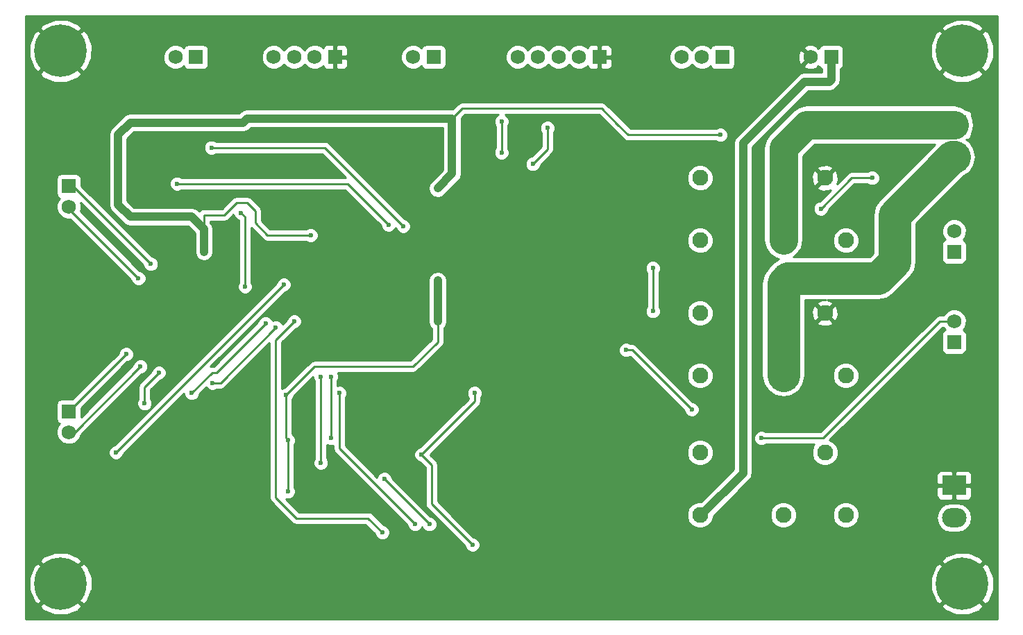
<source format=gbl>
G04 #@! TF.FileFunction,Copper,L2,Bot,Signal*
%FSLAX46Y46*%
G04 Gerber Fmt 4.6, Leading zero omitted, Abs format (unit mm)*
G04 Created by KiCad (PCBNEW 4.0.7-e2-6376~61~ubuntu18.04.1) date Wed Aug 19 23:26:29 2020*
%MOMM*%
%LPD*%
G01*
G04 APERTURE LIST*
%ADD10C,0.100000*%
%ADD11R,1.750000X1.750000*%
%ADD12C,1.750000*%
%ADD13R,3.000000X2.350000*%
%ADD14O,3.000000X2.350000*%
%ADD15C,1.950000*%
%ADD16C,6.400000*%
%ADD17C,0.600000*%
%ADD18C,0.250000*%
%ADD19C,1.000000*%
%ADD20C,3.500000*%
%ADD21C,4.000000*%
%ADD22C,0.254000*%
G04 APERTURE END LIST*
D10*
D11*
X150750000Y-45750000D03*
D12*
X148250000Y-45750000D03*
X145750000Y-45750000D03*
X143250000Y-45750000D03*
X140750000Y-45750000D03*
D11*
X165750000Y-45750000D03*
D12*
X163250000Y-45750000D03*
X160750000Y-45750000D03*
D11*
X130500000Y-45750000D03*
D12*
X128000000Y-45750000D03*
D11*
X101500000Y-45750000D03*
D12*
X99000000Y-45750000D03*
D11*
X118500000Y-45750000D03*
D12*
X116000000Y-45750000D03*
X113500000Y-45750000D03*
X111000000Y-45750000D03*
D11*
X194000000Y-80500000D03*
D12*
X194000000Y-78000000D03*
D11*
X194000000Y-69500000D03*
D12*
X194000000Y-67000000D03*
D11*
X86000000Y-89000000D03*
D12*
X86000000Y-91500000D03*
D11*
X86000000Y-61500000D03*
D12*
X86000000Y-64000000D03*
D13*
X194000000Y-98000000D03*
D14*
X194000000Y-101960000D03*
D13*
X194000000Y-54000000D03*
D14*
X194000000Y-57960000D03*
D15*
X163000000Y-60500000D03*
X178240000Y-60500000D03*
X180780000Y-68120000D03*
X173160000Y-68120000D03*
X163000000Y-68120000D03*
X163000000Y-77000000D03*
X178240000Y-77000000D03*
X180780000Y-84620000D03*
X173160000Y-84620000D03*
X163000000Y-84620000D03*
D11*
X179000000Y-45750000D03*
D12*
X176500000Y-45750000D03*
D15*
X163000000Y-94000000D03*
X178240000Y-94000000D03*
X180780000Y-101620000D03*
X173160000Y-101620000D03*
X163000000Y-101620000D03*
D16*
X85000000Y-45000000D03*
X195000000Y-45000000D03*
X195000000Y-110000000D03*
X85000000Y-110000000D03*
D17*
X135250000Y-105250000D03*
X135500000Y-86750000D03*
X129000000Y-94250000D03*
X133250000Y-83750000D03*
X98250000Y-83000000D03*
X95250000Y-100500000D03*
X135500000Y-95750000D03*
X129000000Y-96000000D03*
X135750000Y-68000000D03*
X135750000Y-70500000D03*
X99000000Y-75750000D03*
X97750000Y-75500000D03*
X129250000Y-62250000D03*
X98000000Y-99000000D03*
X105000000Y-99000000D03*
X124750000Y-78500000D03*
X123000000Y-78500000D03*
X121000000Y-78500000D03*
X119000000Y-78500000D03*
X119000000Y-76500000D03*
X121000000Y-76500000D03*
X123000000Y-76500000D03*
X124750000Y-76500000D03*
X124750000Y-74750000D03*
X123000000Y-74750000D03*
X121000000Y-74750000D03*
X119000000Y-74750000D03*
X119000000Y-73000000D03*
X121000000Y-73000000D03*
X123000000Y-73000000D03*
X124750000Y-73000000D03*
X124250000Y-85250000D03*
X107250000Y-84500000D03*
X110000000Y-86250000D03*
X101000000Y-89250000D03*
X107000000Y-64750000D03*
X107500000Y-73750000D03*
X165500000Y-55250000D03*
X115500000Y-67500000D03*
X112750000Y-98750000D03*
X112750000Y-92500000D03*
X112500000Y-87000000D03*
X102500000Y-69500000D03*
X107250000Y-53750000D03*
X131000000Y-61750000D03*
X132750000Y-53250000D03*
X131000000Y-73000000D03*
X131000000Y-78000000D03*
X154000000Y-81500000D03*
X162000000Y-88750000D03*
X170500000Y-92250000D03*
X184000000Y-60500000D03*
X177750000Y-64250000D03*
X157250000Y-71500000D03*
X157250000Y-76750000D03*
X93000000Y-82000000D03*
X94750000Y-83500000D03*
X96000000Y-71000000D03*
X94500000Y-72750000D03*
X113500000Y-78000000D03*
X124250000Y-103750000D03*
X119000000Y-86750000D03*
X128250000Y-102750000D03*
X124500000Y-97250000D03*
X130000000Y-102750000D03*
X144400000Y-54400000D03*
X142600000Y-58800000D03*
X138800000Y-53600000D03*
X138800000Y-57400000D03*
X116750000Y-95250000D03*
X116750000Y-84750000D03*
X118000000Y-92250000D03*
X118000000Y-84750000D03*
X101000000Y-86750000D03*
X110000000Y-78250000D03*
X95250000Y-88000000D03*
X97000000Y-84250000D03*
X103500000Y-85500000D03*
X111250000Y-78750000D03*
X91750000Y-94000000D03*
X112250000Y-73500000D03*
X103400000Y-56800000D03*
X126800000Y-66400000D03*
X99200000Y-61200000D03*
X125000000Y-66200000D03*
D18*
X130250000Y-95500000D02*
X129000000Y-94250000D01*
X130250000Y-100250000D02*
X130250000Y-95500000D01*
X135250000Y-105250000D02*
X130250000Y-100250000D01*
X135500000Y-87750000D02*
X135500000Y-86750000D01*
X129000000Y-94250000D02*
X135500000Y-87750000D01*
X124750000Y-78500000D02*
X123000000Y-78500000D01*
X121000000Y-78500000D02*
X119000000Y-78500000D01*
X119000000Y-76500000D02*
X121000000Y-76500000D01*
X123000000Y-76500000D02*
X124750000Y-76500000D01*
X124750000Y-74750000D02*
X123000000Y-74750000D01*
X121000000Y-74750000D02*
X119000000Y-74750000D01*
X119000000Y-73000000D02*
X121000000Y-73000000D01*
X123000000Y-73000000D02*
X124750000Y-73000000D01*
X107000000Y-64750000D02*
X107500000Y-65250000D01*
X107500000Y-65250000D02*
X107500000Y-73750000D01*
X165500000Y-55250000D02*
X154250000Y-55250000D01*
X154250000Y-55250000D02*
X153000000Y-54000000D01*
X153000000Y-54000000D02*
X151000000Y-52000000D01*
X151000000Y-52000000D02*
X134000000Y-52000000D01*
X134000000Y-52000000D02*
X132750000Y-53250000D01*
X102500000Y-65000000D02*
X102500000Y-69500000D01*
X105000000Y-65000000D02*
X102500000Y-65000000D01*
X106500000Y-63500000D02*
X105000000Y-65000000D01*
X107750000Y-63500000D02*
X106500000Y-63500000D01*
X108750000Y-64500000D02*
X107750000Y-63500000D01*
X108750000Y-66000000D02*
X108750000Y-64500000D01*
X110250000Y-67500000D02*
X108750000Y-66000000D01*
X115500000Y-67500000D02*
X110250000Y-67500000D01*
X131000000Y-78000000D02*
X131000000Y-80500000D01*
X116000000Y-83500000D02*
X112500000Y-87000000D01*
X128000000Y-83500000D02*
X116000000Y-83500000D01*
X131000000Y-80500000D02*
X128000000Y-83500000D01*
X112750000Y-98750000D02*
X112750000Y-92500000D01*
X112750000Y-92500000D02*
X112500000Y-92250000D01*
X112500000Y-92250000D02*
X112500000Y-87000000D01*
D19*
X93500000Y-53750000D02*
X107250000Y-53750000D01*
X102500000Y-69500000D02*
X102500000Y-66750000D01*
X102500000Y-66750000D02*
X101000000Y-65250000D01*
X101000000Y-65250000D02*
X93500000Y-65250000D01*
X93500000Y-65250000D02*
X92000000Y-63750000D01*
X92000000Y-63750000D02*
X92000000Y-55250000D01*
X92000000Y-55250000D02*
X93500000Y-53750000D01*
X107750000Y-53250000D02*
X132750000Y-53250000D01*
X107250000Y-53750000D02*
X107750000Y-53250000D01*
X131000000Y-61750000D02*
X132750000Y-60000000D01*
X132750000Y-60000000D02*
X132750000Y-53250000D01*
X131000000Y-78000000D02*
X131000000Y-73000000D01*
D18*
X181750000Y-88500000D02*
X178000000Y-92250000D01*
X192250000Y-78000000D02*
X181750000Y-88500000D01*
X194000000Y-78000000D02*
X192250000Y-78000000D01*
X154750000Y-81500000D02*
X154000000Y-81500000D01*
X162000000Y-88750000D02*
X154750000Y-81500000D01*
X178000000Y-92250000D02*
X170500000Y-92250000D01*
X181500000Y-60500000D02*
X184000000Y-60500000D01*
X177750000Y-64250000D02*
X181500000Y-60500000D01*
X157250000Y-76750000D02*
X157250000Y-71500000D01*
X93000000Y-82000000D02*
X86000000Y-89000000D01*
X94750000Y-83500000D02*
X86750000Y-91500000D01*
X86750000Y-91500000D02*
X86000000Y-91500000D01*
X86000000Y-61500000D02*
X86500000Y-61500000D01*
X86500000Y-61500000D02*
X96000000Y-71000000D01*
X94500000Y-72750000D02*
X86000000Y-64250000D01*
X86000000Y-64250000D02*
X86000000Y-64000000D01*
D20*
X194000000Y-54000000D02*
X176000000Y-54000000D01*
X173160000Y-56840000D02*
X173160000Y-68120000D01*
X176000000Y-54000000D02*
X173160000Y-56840000D01*
D21*
X173160000Y-84620000D02*
X173160000Y-73340000D01*
X184750000Y-72750000D02*
X173750000Y-72750000D01*
X186750000Y-70750000D02*
X184750000Y-72750000D01*
X186750000Y-65000000D02*
X186750000Y-70750000D01*
X186750000Y-65000000D02*
X193790000Y-57960000D01*
X173160000Y-73340000D02*
X173750000Y-72750000D01*
X194000000Y-57960000D02*
X193790000Y-57960000D01*
D18*
X111250000Y-80250000D02*
X113500000Y-78000000D01*
X111250000Y-99500000D02*
X111250000Y-80250000D01*
X113750000Y-102000000D02*
X111250000Y-99500000D01*
X122500000Y-102000000D02*
X113750000Y-102000000D01*
X124250000Y-103750000D02*
X122500000Y-102000000D01*
X119000000Y-93500000D02*
X119000000Y-86750000D01*
X128250000Y-102750000D02*
X119000000Y-93500000D01*
X130000000Y-102750000D02*
X124500000Y-97250000D01*
X144400000Y-57000000D02*
X144400000Y-54400000D01*
X142600000Y-58800000D02*
X144400000Y-57000000D01*
X138800000Y-55600000D02*
X138800000Y-53600000D01*
X138800000Y-57400000D02*
X138800000Y-55600000D01*
X116750000Y-84750000D02*
X116750000Y-95250000D01*
X118000000Y-84750000D02*
X118000000Y-92250000D01*
X103500000Y-84250000D02*
X101000000Y-86750000D01*
X104000000Y-84250000D02*
X103500000Y-84250000D01*
X110000000Y-78250000D02*
X104000000Y-84250000D01*
X95250000Y-86000000D02*
X95250000Y-88000000D01*
X97000000Y-84250000D02*
X95250000Y-86000000D01*
X104500000Y-85500000D02*
X103500000Y-85500000D01*
X111250000Y-78750000D02*
X104500000Y-85500000D01*
X112250000Y-73500000D02*
X91750000Y-94000000D01*
X117200000Y-56800000D02*
X103400000Y-56800000D01*
X126800000Y-66400000D02*
X117200000Y-56800000D01*
X120000000Y-61200000D02*
X99200000Y-61200000D01*
X125000000Y-66200000D02*
X120000000Y-61200000D01*
D19*
X163000000Y-101620000D02*
X163130000Y-101620000D01*
X163130000Y-101620000D02*
X168250000Y-96500000D01*
X168250000Y-96500000D02*
X168250000Y-56250000D01*
X168250000Y-56250000D02*
X175750000Y-48750000D01*
X175750000Y-48750000D02*
X178750000Y-48750000D01*
X178750000Y-48750000D02*
X179000000Y-48500000D01*
X179000000Y-48500000D02*
X179000000Y-45750000D01*
D22*
G36*
X199290000Y-114290000D02*
X80710000Y-114290000D01*
X80710000Y-112740910D01*
X82438695Y-112740910D01*
X82805640Y-113236343D01*
X84211171Y-113829736D01*
X85736793Y-113840087D01*
X87150246Y-113265819D01*
X87194360Y-113236343D01*
X87561305Y-112740910D01*
X192438695Y-112740910D01*
X192805640Y-113236343D01*
X194211171Y-113829736D01*
X195736793Y-113840087D01*
X197150246Y-113265819D01*
X197194360Y-113236343D01*
X197561305Y-112740910D01*
X195000000Y-110179605D01*
X192438695Y-112740910D01*
X87561305Y-112740910D01*
X85000000Y-110179605D01*
X82438695Y-112740910D01*
X80710000Y-112740910D01*
X80710000Y-110736793D01*
X81159913Y-110736793D01*
X81734181Y-112150246D01*
X81763657Y-112194360D01*
X82259090Y-112561305D01*
X84820395Y-110000000D01*
X85179605Y-110000000D01*
X87740910Y-112561305D01*
X88236343Y-112194360D01*
X88829736Y-110788829D01*
X88830089Y-110736793D01*
X191159913Y-110736793D01*
X191734181Y-112150246D01*
X191763657Y-112194360D01*
X192259090Y-112561305D01*
X194820395Y-110000000D01*
X195179605Y-110000000D01*
X197740910Y-112561305D01*
X198236343Y-112194360D01*
X198829736Y-110788829D01*
X198840087Y-109263207D01*
X198265819Y-107849754D01*
X198236343Y-107805640D01*
X197740910Y-107438695D01*
X195179605Y-110000000D01*
X194820395Y-110000000D01*
X192259090Y-107438695D01*
X191763657Y-107805640D01*
X191170264Y-109211171D01*
X191159913Y-110736793D01*
X88830089Y-110736793D01*
X88840087Y-109263207D01*
X88265819Y-107849754D01*
X88236343Y-107805640D01*
X87740910Y-107438695D01*
X85179605Y-110000000D01*
X84820395Y-110000000D01*
X82259090Y-107438695D01*
X81763657Y-107805640D01*
X81170264Y-109211171D01*
X81159913Y-110736793D01*
X80710000Y-110736793D01*
X80710000Y-107259090D01*
X82438695Y-107259090D01*
X85000000Y-109820395D01*
X87561305Y-107259090D01*
X192438695Y-107259090D01*
X195000000Y-109820395D01*
X197561305Y-107259090D01*
X197194360Y-106763657D01*
X195788829Y-106170264D01*
X194263207Y-106159913D01*
X192849754Y-106734181D01*
X192805640Y-106763657D01*
X192438695Y-107259090D01*
X87561305Y-107259090D01*
X87194360Y-106763657D01*
X85788829Y-106170264D01*
X84263207Y-106159913D01*
X82849754Y-106734181D01*
X82805640Y-106763657D01*
X82438695Y-107259090D01*
X80710000Y-107259090D01*
X80710000Y-94185167D01*
X90814838Y-94185167D01*
X90956883Y-94528943D01*
X91219673Y-94792192D01*
X91563201Y-94934838D01*
X91935167Y-94935162D01*
X92278943Y-94793117D01*
X92542192Y-94530327D01*
X92684838Y-94186799D01*
X92684879Y-94139923D01*
X100064991Y-86759811D01*
X100064838Y-86935167D01*
X100206883Y-87278943D01*
X100469673Y-87542192D01*
X100813201Y-87684838D01*
X101185167Y-87685162D01*
X101528943Y-87543117D01*
X101792192Y-87280327D01*
X101934838Y-86936799D01*
X101934879Y-86889923D01*
X102751332Y-86073470D01*
X102969673Y-86292192D01*
X103313201Y-86434838D01*
X103685167Y-86435162D01*
X104028943Y-86293117D01*
X104062118Y-86260000D01*
X104500000Y-86260000D01*
X104790839Y-86202148D01*
X105037401Y-86037401D01*
X110490000Y-80584802D01*
X110490000Y-99500000D01*
X110547852Y-99790839D01*
X110712599Y-100037401D01*
X113212599Y-102537401D01*
X113459161Y-102702148D01*
X113750000Y-102760000D01*
X122185198Y-102760000D01*
X123314878Y-103889680D01*
X123314838Y-103935167D01*
X123456883Y-104278943D01*
X123719673Y-104542192D01*
X124063201Y-104684838D01*
X124435167Y-104685162D01*
X124778943Y-104543117D01*
X125042192Y-104280327D01*
X125184838Y-103936799D01*
X125185162Y-103564833D01*
X125043117Y-103221057D01*
X124780327Y-102957808D01*
X124436799Y-102815162D01*
X124389923Y-102815121D01*
X123037401Y-101462599D01*
X122790839Y-101297852D01*
X122500000Y-101240000D01*
X114064802Y-101240000D01*
X112471606Y-99646804D01*
X112563201Y-99684838D01*
X112935167Y-99685162D01*
X113278943Y-99543117D01*
X113542192Y-99280327D01*
X113684838Y-98936799D01*
X113685162Y-98564833D01*
X113543117Y-98221057D01*
X113510000Y-98187882D01*
X113510000Y-93062463D01*
X113542192Y-93030327D01*
X113684838Y-92686799D01*
X113685162Y-92314833D01*
X113543117Y-91971057D01*
X113280327Y-91707808D01*
X113260000Y-91699367D01*
X113260000Y-87562463D01*
X113292192Y-87530327D01*
X113434838Y-87186799D01*
X113434879Y-87139923D01*
X115814991Y-84759811D01*
X115814838Y-84935167D01*
X115956883Y-85278943D01*
X115990000Y-85312118D01*
X115990000Y-94687537D01*
X115957808Y-94719673D01*
X115815162Y-95063201D01*
X115814838Y-95435167D01*
X115956883Y-95778943D01*
X116219673Y-96042192D01*
X116563201Y-96184838D01*
X116935167Y-96185162D01*
X117278943Y-96043117D01*
X117542192Y-95780327D01*
X117684838Y-95436799D01*
X117685162Y-95064833D01*
X117543117Y-94721057D01*
X117510000Y-94687882D01*
X117510000Y-93058937D01*
X117813201Y-93184838D01*
X118185167Y-93185162D01*
X118240000Y-93162506D01*
X118240000Y-93500000D01*
X118297852Y-93790839D01*
X118462599Y-94037401D01*
X127314878Y-102889680D01*
X127314838Y-102935167D01*
X127456883Y-103278943D01*
X127719673Y-103542192D01*
X128063201Y-103684838D01*
X128435167Y-103685162D01*
X128778943Y-103543117D01*
X129042192Y-103280327D01*
X129125028Y-103080838D01*
X129206883Y-103278943D01*
X129469673Y-103542192D01*
X129813201Y-103684838D01*
X130185167Y-103685162D01*
X130528943Y-103543117D01*
X130792192Y-103280327D01*
X130934838Y-102936799D01*
X130935162Y-102564833D01*
X130793117Y-102221057D01*
X130530327Y-101957808D01*
X130186799Y-101815162D01*
X130139923Y-101815121D01*
X125435122Y-97110320D01*
X125435162Y-97064833D01*
X125293117Y-96721057D01*
X125030327Y-96457808D01*
X124686799Y-96315162D01*
X124314833Y-96314838D01*
X123971057Y-96456883D01*
X123707808Y-96719673D01*
X123586534Y-97011732D01*
X121009969Y-94435167D01*
X128064838Y-94435167D01*
X128206883Y-94778943D01*
X128469673Y-95042192D01*
X128813201Y-95184838D01*
X128860077Y-95184879D01*
X129490000Y-95814802D01*
X129490000Y-100250000D01*
X129547852Y-100540839D01*
X129712599Y-100787401D01*
X134314878Y-105389680D01*
X134314838Y-105435167D01*
X134456883Y-105778943D01*
X134719673Y-106042192D01*
X135063201Y-106184838D01*
X135435167Y-106185162D01*
X135778943Y-106043117D01*
X136042192Y-105780327D01*
X136184838Y-105436799D01*
X136185162Y-105064833D01*
X136043117Y-104721057D01*
X135780327Y-104457808D01*
X135436799Y-104315162D01*
X135389923Y-104315121D01*
X133013646Y-101938844D01*
X161389721Y-101938844D01*
X161634312Y-102530800D01*
X162086817Y-102984096D01*
X162678346Y-103229720D01*
X163318844Y-103230279D01*
X163910800Y-102985688D01*
X164364096Y-102533183D01*
X164609720Y-101941654D01*
X164609722Y-101938844D01*
X171549721Y-101938844D01*
X171794312Y-102530800D01*
X172246817Y-102984096D01*
X172838346Y-103229720D01*
X173478844Y-103230279D01*
X174070800Y-102985688D01*
X174524096Y-102533183D01*
X174769720Y-101941654D01*
X174769722Y-101938844D01*
X179169721Y-101938844D01*
X179414312Y-102530800D01*
X179866817Y-102984096D01*
X180458346Y-103229720D01*
X181098844Y-103230279D01*
X181690800Y-102985688D01*
X182144096Y-102533183D01*
X182382102Y-101960000D01*
X191823173Y-101960000D01*
X191960951Y-102652657D01*
X192353310Y-103239863D01*
X192940516Y-103632222D01*
X193633173Y-103770000D01*
X194366827Y-103770000D01*
X195059484Y-103632222D01*
X195646690Y-103239863D01*
X196039049Y-102652657D01*
X196176827Y-101960000D01*
X196039049Y-101267343D01*
X195646690Y-100680137D01*
X195059484Y-100287778D01*
X194366827Y-100150000D01*
X193633173Y-100150000D01*
X192940516Y-100287778D01*
X192353310Y-100680137D01*
X191960951Y-101267343D01*
X191823173Y-101960000D01*
X182382102Y-101960000D01*
X182389720Y-101941654D01*
X182390279Y-101301156D01*
X182145688Y-100709200D01*
X181693183Y-100255904D01*
X181101654Y-100010280D01*
X180461156Y-100009721D01*
X179869200Y-100254312D01*
X179415904Y-100706817D01*
X179170280Y-101298346D01*
X179169721Y-101938844D01*
X174769722Y-101938844D01*
X174770279Y-101301156D01*
X174525688Y-100709200D01*
X174073183Y-100255904D01*
X173481654Y-100010280D01*
X172841156Y-100009721D01*
X172249200Y-100254312D01*
X171795904Y-100706817D01*
X171550280Y-101298346D01*
X171549721Y-101938844D01*
X164609722Y-101938844D01*
X164609891Y-101745241D01*
X168069382Y-98285750D01*
X191865000Y-98285750D01*
X191865000Y-99301309D01*
X191961673Y-99534698D01*
X192140301Y-99713327D01*
X192373690Y-99810000D01*
X193714250Y-99810000D01*
X193873000Y-99651250D01*
X193873000Y-98127000D01*
X194127000Y-98127000D01*
X194127000Y-99651250D01*
X194285750Y-99810000D01*
X195626310Y-99810000D01*
X195859699Y-99713327D01*
X196038327Y-99534698D01*
X196135000Y-99301309D01*
X196135000Y-98285750D01*
X195976250Y-98127000D01*
X194127000Y-98127000D01*
X193873000Y-98127000D01*
X192023750Y-98127000D01*
X191865000Y-98285750D01*
X168069382Y-98285750D01*
X169052566Y-97302567D01*
X169298603Y-96934346D01*
X169345477Y-96698691D01*
X191865000Y-96698691D01*
X191865000Y-97714250D01*
X192023750Y-97873000D01*
X193873000Y-97873000D01*
X193873000Y-96348750D01*
X194127000Y-96348750D01*
X194127000Y-97873000D01*
X195976250Y-97873000D01*
X196135000Y-97714250D01*
X196135000Y-96698691D01*
X196038327Y-96465302D01*
X195859699Y-96286673D01*
X195626310Y-96190000D01*
X194285750Y-96190000D01*
X194127000Y-96348750D01*
X193873000Y-96348750D01*
X193714250Y-96190000D01*
X192373690Y-96190000D01*
X192140301Y-96286673D01*
X191961673Y-96465302D01*
X191865000Y-96698691D01*
X169345477Y-96698691D01*
X169385000Y-96500000D01*
X169385000Y-92435167D01*
X169564838Y-92435167D01*
X169706883Y-92778943D01*
X169969673Y-93042192D01*
X170313201Y-93184838D01*
X170685167Y-93185162D01*
X171028943Y-93043117D01*
X171062118Y-93010000D01*
X176952855Y-93010000D01*
X176875904Y-93086817D01*
X176630280Y-93678346D01*
X176629721Y-94318844D01*
X176874312Y-94910800D01*
X177326817Y-95364096D01*
X177918346Y-95609720D01*
X178558844Y-95610279D01*
X179150800Y-95365688D01*
X179604096Y-94913183D01*
X179849720Y-94321654D01*
X179850279Y-93681156D01*
X179605688Y-93089200D01*
X179153183Y-92635904D01*
X178825121Y-92499681D01*
X192564802Y-78760000D01*
X192680203Y-78760000D01*
X192719138Y-78854229D01*
X192887717Y-79023103D01*
X192673559Y-79160910D01*
X192528569Y-79373110D01*
X192477560Y-79625000D01*
X192477560Y-81375000D01*
X192521838Y-81610317D01*
X192660910Y-81826441D01*
X192873110Y-81971431D01*
X193125000Y-82022440D01*
X194875000Y-82022440D01*
X195110317Y-81978162D01*
X195326441Y-81839090D01*
X195471431Y-81626890D01*
X195522440Y-81375000D01*
X195522440Y-79625000D01*
X195478162Y-79389683D01*
X195339090Y-79173559D01*
X195126890Y-79028569D01*
X195110324Y-79025214D01*
X195279370Y-78856463D01*
X195509738Y-78301675D01*
X195510262Y-77700960D01*
X195280862Y-77145771D01*
X194856463Y-76720630D01*
X194301675Y-76490262D01*
X193700960Y-76489738D01*
X193145771Y-76719138D01*
X192720630Y-77143537D01*
X192680575Y-77240000D01*
X192250000Y-77240000D01*
X192011701Y-77287401D01*
X191959160Y-77297852D01*
X191712599Y-77462599D01*
X177685198Y-91490000D01*
X171062463Y-91490000D01*
X171030327Y-91457808D01*
X170686799Y-91315162D01*
X170314833Y-91314838D01*
X169971057Y-91456883D01*
X169707808Y-91719673D01*
X169565162Y-92063201D01*
X169564838Y-92435167D01*
X169385000Y-92435167D01*
X169385000Y-73340000D01*
X170525000Y-73340000D01*
X170525000Y-84620000D01*
X170725577Y-85628371D01*
X171296774Y-86483226D01*
X172151629Y-87054423D01*
X173160000Y-87255000D01*
X174168371Y-87054423D01*
X175023226Y-86483226D01*
X175594423Y-85628371D01*
X175731578Y-84938844D01*
X179169721Y-84938844D01*
X179414312Y-85530800D01*
X179866817Y-85984096D01*
X180458346Y-86229720D01*
X181098844Y-86230279D01*
X181690800Y-85985688D01*
X182144096Y-85533183D01*
X182389720Y-84941654D01*
X182390279Y-84301156D01*
X182145688Y-83709200D01*
X181693183Y-83255904D01*
X181101654Y-83010280D01*
X180461156Y-83009721D01*
X179869200Y-83254312D01*
X179415904Y-83706817D01*
X179170280Y-84298346D01*
X179169721Y-84938844D01*
X175731578Y-84938844D01*
X175795000Y-84620000D01*
X175795000Y-78134442D01*
X177285163Y-78134442D01*
X177380763Y-78398704D01*
X177981429Y-78621049D01*
X178621461Y-78596605D01*
X179099237Y-78398704D01*
X179194837Y-78134442D01*
X178240000Y-77179605D01*
X177285163Y-78134442D01*
X175795000Y-78134442D01*
X175795000Y-76741429D01*
X176618951Y-76741429D01*
X176643395Y-77381461D01*
X176841296Y-77859237D01*
X177105558Y-77954837D01*
X178060395Y-77000000D01*
X178419605Y-77000000D01*
X179374442Y-77954837D01*
X179638704Y-77859237D01*
X179861049Y-77258571D01*
X179836605Y-76618539D01*
X179638704Y-76140763D01*
X179374442Y-76045163D01*
X178419605Y-77000000D01*
X178060395Y-77000000D01*
X177105558Y-76045163D01*
X176841296Y-76140763D01*
X176618951Y-76741429D01*
X175795000Y-76741429D01*
X175795000Y-75385000D01*
X178340186Y-75385000D01*
X177858539Y-75403395D01*
X177380763Y-75601296D01*
X177285163Y-75865558D01*
X178240000Y-76820395D01*
X179194837Y-75865558D01*
X179099237Y-75601296D01*
X178514912Y-75385000D01*
X184750000Y-75385000D01*
X185758371Y-75184423D01*
X186613226Y-74613226D01*
X188613226Y-72613226D01*
X189184423Y-71758371D01*
X189195606Y-71702148D01*
X189385000Y-70750000D01*
X189385000Y-68625000D01*
X192477560Y-68625000D01*
X192477560Y-70375000D01*
X192521838Y-70610317D01*
X192660910Y-70826441D01*
X192873110Y-70971431D01*
X193125000Y-71022440D01*
X194875000Y-71022440D01*
X195110317Y-70978162D01*
X195326441Y-70839090D01*
X195471431Y-70626890D01*
X195522440Y-70375000D01*
X195522440Y-68625000D01*
X195478162Y-68389683D01*
X195339090Y-68173559D01*
X195126890Y-68028569D01*
X195110324Y-68025214D01*
X195279370Y-67856463D01*
X195509738Y-67301675D01*
X195510262Y-66700960D01*
X195280862Y-66145771D01*
X194856463Y-65720630D01*
X194301675Y-65490262D01*
X193700960Y-65489738D01*
X193145771Y-65719138D01*
X192720630Y-66143537D01*
X192490262Y-66698325D01*
X192489738Y-67299040D01*
X192719138Y-67854229D01*
X192887717Y-68023103D01*
X192673559Y-68160910D01*
X192528569Y-68373110D01*
X192477560Y-68625000D01*
X189385000Y-68625000D01*
X189385000Y-66091452D01*
X195230356Y-60246097D01*
X195863226Y-59823226D01*
X196434423Y-58968371D01*
X196635000Y-57960000D01*
X196434423Y-56951629D01*
X195863226Y-56096774D01*
X195467792Y-55832553D01*
X195482926Y-55822440D01*
X195500000Y-55822440D01*
X195735317Y-55778162D01*
X195951441Y-55639090D01*
X196096431Y-55426890D01*
X196147440Y-55175000D01*
X196147440Y-54996529D01*
X196203453Y-54912700D01*
X196385000Y-54000000D01*
X196203453Y-53087300D01*
X196147440Y-53003471D01*
X196147440Y-52825000D01*
X196103162Y-52589683D01*
X195964090Y-52373559D01*
X195751890Y-52228569D01*
X195500000Y-52177560D01*
X195482926Y-52177560D01*
X194912700Y-51796547D01*
X194000000Y-51615000D01*
X176000005Y-51615000D01*
X176000000Y-51614999D01*
X175087300Y-51796547D01*
X174313550Y-52313550D01*
X174313548Y-52313553D01*
X171473550Y-55153550D01*
X170956547Y-55927300D01*
X170775000Y-56840000D01*
X170775000Y-68120000D01*
X170956547Y-69032700D01*
X171473550Y-69806450D01*
X172247300Y-70323453D01*
X172619146Y-70397418D01*
X171886774Y-70886774D01*
X171296774Y-71476774D01*
X170725577Y-72331629D01*
X170525000Y-73340000D01*
X169385000Y-73340000D01*
X169385000Y-56720132D01*
X176220132Y-49885000D01*
X178750000Y-49885000D01*
X179184346Y-49798603D01*
X179552566Y-49552566D01*
X179802566Y-49302566D01*
X180048603Y-48934346D01*
X180069411Y-48829736D01*
X180135000Y-48500000D01*
X180135000Y-47740910D01*
X192438695Y-47740910D01*
X192805640Y-48236343D01*
X194211171Y-48829736D01*
X195736793Y-48840087D01*
X197150246Y-48265819D01*
X197194360Y-48236343D01*
X197561305Y-47740910D01*
X195000000Y-45179605D01*
X192438695Y-47740910D01*
X180135000Y-47740910D01*
X180135000Y-47212279D01*
X180326441Y-47089090D01*
X180471431Y-46876890D01*
X180522440Y-46625000D01*
X180522440Y-45736793D01*
X191159913Y-45736793D01*
X191734181Y-47150246D01*
X191763657Y-47194360D01*
X192259090Y-47561305D01*
X194820395Y-45000000D01*
X195179605Y-45000000D01*
X197740910Y-47561305D01*
X198236343Y-47194360D01*
X198829736Y-45788829D01*
X198840087Y-44263207D01*
X198265819Y-42849754D01*
X198236343Y-42805640D01*
X197740910Y-42438695D01*
X195179605Y-45000000D01*
X194820395Y-45000000D01*
X192259090Y-42438695D01*
X191763657Y-42805640D01*
X191170264Y-44211171D01*
X191159913Y-45736793D01*
X180522440Y-45736793D01*
X180522440Y-44875000D01*
X180478162Y-44639683D01*
X180339090Y-44423559D01*
X180126890Y-44278569D01*
X179875000Y-44227560D01*
X178125000Y-44227560D01*
X177889683Y-44271838D01*
X177673559Y-44410910D01*
X177536006Y-44612226D01*
X177497086Y-44573306D01*
X177382454Y-44687938D01*
X177299116Y-44434047D01*
X176734694Y-44228410D01*
X176134542Y-44254421D01*
X175700884Y-44434047D01*
X175617545Y-44687940D01*
X176500000Y-45570395D01*
X176514143Y-45556253D01*
X176693748Y-45735858D01*
X176679605Y-45750000D01*
X176693748Y-45764143D01*
X176514143Y-45943748D01*
X176500000Y-45929605D01*
X175617545Y-46812060D01*
X175700884Y-47065953D01*
X176265306Y-47271590D01*
X176865458Y-47245579D01*
X177299116Y-47065953D01*
X177382454Y-46812062D01*
X177497086Y-46926694D01*
X177538136Y-46885644D01*
X177660910Y-47076441D01*
X177865000Y-47215890D01*
X177865000Y-47615000D01*
X175750000Y-47615000D01*
X175315654Y-47701397D01*
X174947434Y-47947434D01*
X167447434Y-55447434D01*
X167201397Y-55815654D01*
X167115000Y-56250000D01*
X167115000Y-96029867D01*
X163134751Y-100010117D01*
X162681156Y-100009721D01*
X162089200Y-100254312D01*
X161635904Y-100706817D01*
X161390280Y-101298346D01*
X161389721Y-101938844D01*
X133013646Y-101938844D01*
X131010000Y-99935198D01*
X131010000Y-95500000D01*
X130952148Y-95209161D01*
X130787401Y-94962599D01*
X130143646Y-94318844D01*
X161389721Y-94318844D01*
X161634312Y-94910800D01*
X162086817Y-95364096D01*
X162678346Y-95609720D01*
X163318844Y-95610279D01*
X163910800Y-95365688D01*
X164364096Y-94913183D01*
X164609720Y-94321654D01*
X164610279Y-93681156D01*
X164365688Y-93089200D01*
X163913183Y-92635904D01*
X163321654Y-92390280D01*
X162681156Y-92389721D01*
X162089200Y-92634312D01*
X161635904Y-93086817D01*
X161390280Y-93678346D01*
X161389721Y-94318844D01*
X130143646Y-94318844D01*
X130074802Y-94250000D01*
X136037401Y-88287401D01*
X136202148Y-88040839D01*
X136260000Y-87750000D01*
X136260000Y-87312463D01*
X136292192Y-87280327D01*
X136434838Y-86936799D01*
X136435162Y-86564833D01*
X136293117Y-86221057D01*
X136030327Y-85957808D01*
X135686799Y-85815162D01*
X135314833Y-85814838D01*
X134971057Y-85956883D01*
X134707808Y-86219673D01*
X134565162Y-86563201D01*
X134564838Y-86935167D01*
X134706883Y-87278943D01*
X134740000Y-87312118D01*
X134740000Y-87435198D01*
X128860320Y-93314878D01*
X128814833Y-93314838D01*
X128471057Y-93456883D01*
X128207808Y-93719673D01*
X128065162Y-94063201D01*
X128064838Y-94435167D01*
X121009969Y-94435167D01*
X119760000Y-93185198D01*
X119760000Y-87312463D01*
X119792192Y-87280327D01*
X119934838Y-86936799D01*
X119935162Y-86564833D01*
X119793117Y-86221057D01*
X119530327Y-85957808D01*
X119186799Y-85815162D01*
X118814833Y-85814838D01*
X118760000Y-85837494D01*
X118760000Y-85312463D01*
X118792192Y-85280327D01*
X118934838Y-84936799D01*
X118935162Y-84564833D01*
X118809208Y-84260000D01*
X128000000Y-84260000D01*
X128290839Y-84202148D01*
X128537401Y-84037401D01*
X130889635Y-81685167D01*
X153064838Y-81685167D01*
X153206883Y-82028943D01*
X153469673Y-82292192D01*
X153813201Y-82434838D01*
X154185167Y-82435162D01*
X154486041Y-82310843D01*
X161064878Y-88889680D01*
X161064838Y-88935167D01*
X161206883Y-89278943D01*
X161469673Y-89542192D01*
X161813201Y-89684838D01*
X162185167Y-89685162D01*
X162528943Y-89543117D01*
X162792192Y-89280327D01*
X162934838Y-88936799D01*
X162935162Y-88564833D01*
X162793117Y-88221057D01*
X162530327Y-87957808D01*
X162186799Y-87815162D01*
X162139923Y-87815121D01*
X159263646Y-84938844D01*
X161389721Y-84938844D01*
X161634312Y-85530800D01*
X162086817Y-85984096D01*
X162678346Y-86229720D01*
X163318844Y-86230279D01*
X163910800Y-85985688D01*
X164364096Y-85533183D01*
X164609720Y-84941654D01*
X164610279Y-84301156D01*
X164365688Y-83709200D01*
X163913183Y-83255904D01*
X163321654Y-83010280D01*
X162681156Y-83009721D01*
X162089200Y-83254312D01*
X161635904Y-83706817D01*
X161390280Y-84298346D01*
X161389721Y-84938844D01*
X159263646Y-84938844D01*
X155287401Y-80962599D01*
X155040839Y-80797852D01*
X154750000Y-80740000D01*
X154562463Y-80740000D01*
X154530327Y-80707808D01*
X154186799Y-80565162D01*
X153814833Y-80564838D01*
X153471057Y-80706883D01*
X153207808Y-80969673D01*
X153065162Y-81313201D01*
X153064838Y-81685167D01*
X130889635Y-81685167D01*
X131537401Y-81037401D01*
X131702148Y-80790839D01*
X131760000Y-80500000D01*
X131760000Y-78831008D01*
X131802566Y-78802566D01*
X132048603Y-78434346D01*
X132135000Y-78000000D01*
X132135000Y-73000000D01*
X132048603Y-72565654D01*
X131802566Y-72197434D01*
X131434346Y-71951397D01*
X131000000Y-71865000D01*
X130565654Y-71951397D01*
X130197434Y-72197434D01*
X129951397Y-72565654D01*
X129865000Y-73000000D01*
X129865000Y-78000000D01*
X129951397Y-78434346D01*
X130197434Y-78802566D01*
X130240000Y-78831008D01*
X130240000Y-80185198D01*
X127685198Y-82740000D01*
X116000000Y-82740000D01*
X115757414Y-82788254D01*
X115709160Y-82797852D01*
X115462599Y-82962599D01*
X112360320Y-86064878D01*
X112314833Y-86064838D01*
X112010000Y-86190792D01*
X112010000Y-80564802D01*
X113639680Y-78935122D01*
X113685167Y-78935162D01*
X114028943Y-78793117D01*
X114292192Y-78530327D01*
X114434838Y-78186799D01*
X114435162Y-77814833D01*
X114293117Y-77471057D01*
X114030327Y-77207808D01*
X113686799Y-77065162D01*
X113314833Y-77064838D01*
X112971057Y-77206883D01*
X112707808Y-77469673D01*
X112565162Y-77813201D01*
X112565121Y-77860077D01*
X112090197Y-78335001D01*
X112043117Y-78221057D01*
X111780327Y-77957808D01*
X111436799Y-77815162D01*
X111064833Y-77814838D01*
X110865840Y-77897060D01*
X110793117Y-77721057D01*
X110530327Y-77457808D01*
X110186799Y-77315162D01*
X109814833Y-77314838D01*
X109471057Y-77456883D01*
X109207808Y-77719673D01*
X109065162Y-78063201D01*
X109065121Y-78110077D01*
X103685198Y-83490000D01*
X103500000Y-83490000D01*
X103293782Y-83531020D01*
X112389680Y-74435122D01*
X112435167Y-74435162D01*
X112778943Y-74293117D01*
X113042192Y-74030327D01*
X113184838Y-73686799D01*
X113185162Y-73314833D01*
X113043117Y-72971057D01*
X112780327Y-72707808D01*
X112436799Y-72565162D01*
X112064833Y-72564838D01*
X111721057Y-72706883D01*
X111457808Y-72969673D01*
X111315162Y-73313201D01*
X111315121Y-73360077D01*
X91610320Y-93064878D01*
X91564833Y-93064838D01*
X91221057Y-93206883D01*
X90957808Y-93469673D01*
X90815162Y-93813201D01*
X90814838Y-94185167D01*
X80710000Y-94185167D01*
X80710000Y-88125000D01*
X84477560Y-88125000D01*
X84477560Y-89875000D01*
X84521838Y-90110317D01*
X84660910Y-90326441D01*
X84873110Y-90471431D01*
X84889676Y-90474786D01*
X84720630Y-90643537D01*
X84490262Y-91198325D01*
X84489738Y-91799040D01*
X84719138Y-92354229D01*
X85143537Y-92779370D01*
X85698325Y-93009738D01*
X86299040Y-93010262D01*
X86854229Y-92780862D01*
X87279370Y-92356463D01*
X87500231Y-91824571D01*
X91139635Y-88185167D01*
X94314838Y-88185167D01*
X94456883Y-88528943D01*
X94719673Y-88792192D01*
X95063201Y-88934838D01*
X95435167Y-88935162D01*
X95778943Y-88793117D01*
X96042192Y-88530327D01*
X96184838Y-88186799D01*
X96185162Y-87814833D01*
X96043117Y-87471057D01*
X96010000Y-87437882D01*
X96010000Y-86314802D01*
X97139680Y-85185122D01*
X97185167Y-85185162D01*
X97528943Y-85043117D01*
X97792192Y-84780327D01*
X97934838Y-84436799D01*
X97935162Y-84064833D01*
X97793117Y-83721057D01*
X97530327Y-83457808D01*
X97186799Y-83315162D01*
X96814833Y-83314838D01*
X96471057Y-83456883D01*
X96207808Y-83719673D01*
X96065162Y-84063201D01*
X96065121Y-84110077D01*
X94712599Y-85462599D01*
X94547852Y-85709161D01*
X94490000Y-86000000D01*
X94490000Y-87437537D01*
X94457808Y-87469673D01*
X94315162Y-87813201D01*
X94314838Y-88185167D01*
X91139635Y-88185167D01*
X94889681Y-84435122D01*
X94935167Y-84435162D01*
X95278943Y-84293117D01*
X95542192Y-84030327D01*
X95684838Y-83686799D01*
X95685162Y-83314833D01*
X95543117Y-82971057D01*
X95280327Y-82707808D01*
X94936799Y-82565162D01*
X94564833Y-82564838D01*
X94221057Y-82706883D01*
X93957808Y-82969673D01*
X93815162Y-83313201D01*
X93815121Y-83360076D01*
X87522440Y-89652758D01*
X87522440Y-88552362D01*
X93139680Y-82935122D01*
X93185167Y-82935162D01*
X93528943Y-82793117D01*
X93792192Y-82530327D01*
X93934838Y-82186799D01*
X93935162Y-81814833D01*
X93793117Y-81471057D01*
X93530327Y-81207808D01*
X93186799Y-81065162D01*
X92814833Y-81064838D01*
X92471057Y-81206883D01*
X92207808Y-81469673D01*
X92065162Y-81813201D01*
X92065121Y-81860077D01*
X86447638Y-87477560D01*
X85125000Y-87477560D01*
X84889683Y-87521838D01*
X84673559Y-87660910D01*
X84528569Y-87873110D01*
X84477560Y-88125000D01*
X80710000Y-88125000D01*
X80710000Y-60625000D01*
X84477560Y-60625000D01*
X84477560Y-62375000D01*
X84521838Y-62610317D01*
X84660910Y-62826441D01*
X84873110Y-62971431D01*
X84889676Y-62974786D01*
X84720630Y-63143537D01*
X84490262Y-63698325D01*
X84489738Y-64299040D01*
X84719138Y-64854229D01*
X85143537Y-65279370D01*
X85698325Y-65509738D01*
X86185361Y-65510163D01*
X93564878Y-72889680D01*
X93564838Y-72935167D01*
X93706883Y-73278943D01*
X93969673Y-73542192D01*
X94313201Y-73684838D01*
X94685167Y-73685162D01*
X95028943Y-73543117D01*
X95292192Y-73280327D01*
X95434838Y-72936799D01*
X95435162Y-72564833D01*
X95293117Y-72221057D01*
X95030327Y-71957808D01*
X94686799Y-71815162D01*
X94639923Y-71815121D01*
X87397288Y-64572486D01*
X87509738Y-64301675D01*
X87510262Y-63700960D01*
X87428655Y-63503457D01*
X95064878Y-71139680D01*
X95064838Y-71185167D01*
X95206883Y-71528943D01*
X95469673Y-71792192D01*
X95813201Y-71934838D01*
X96185167Y-71935162D01*
X96528943Y-71793117D01*
X96792192Y-71530327D01*
X96934838Y-71186799D01*
X96935162Y-70814833D01*
X96793117Y-70471057D01*
X96530327Y-70207808D01*
X96186799Y-70065162D01*
X96139923Y-70065121D01*
X87522440Y-61447638D01*
X87522440Y-60625000D01*
X87478162Y-60389683D01*
X87339090Y-60173559D01*
X87126890Y-60028569D01*
X86875000Y-59977560D01*
X85125000Y-59977560D01*
X84889683Y-60021838D01*
X84673559Y-60160910D01*
X84528569Y-60373110D01*
X84477560Y-60625000D01*
X80710000Y-60625000D01*
X80710000Y-55250000D01*
X90865000Y-55250000D01*
X90865000Y-63750000D01*
X90951397Y-64184346D01*
X91189598Y-64540839D01*
X91197434Y-64552566D01*
X92697434Y-66052566D01*
X93065654Y-66298603D01*
X93500000Y-66385000D01*
X100529868Y-66385000D01*
X101365000Y-67220132D01*
X101365000Y-69500000D01*
X101451397Y-69934346D01*
X101697434Y-70302566D01*
X102065654Y-70548603D01*
X102500000Y-70635000D01*
X102934346Y-70548603D01*
X103302566Y-70302566D01*
X103548603Y-69934346D01*
X103635000Y-69500000D01*
X103635000Y-66750000D01*
X103548603Y-66315654D01*
X103302566Y-65947434D01*
X103260000Y-65904868D01*
X103260000Y-65760000D01*
X105000000Y-65760000D01*
X105290839Y-65702148D01*
X105537401Y-65537401D01*
X106086707Y-64988095D01*
X106206883Y-65278943D01*
X106469673Y-65542192D01*
X106740000Y-65654442D01*
X106740000Y-73187537D01*
X106707808Y-73219673D01*
X106565162Y-73563201D01*
X106564838Y-73935167D01*
X106706883Y-74278943D01*
X106969673Y-74542192D01*
X107313201Y-74684838D01*
X107685167Y-74685162D01*
X108028943Y-74543117D01*
X108292192Y-74280327D01*
X108434838Y-73936799D01*
X108435162Y-73564833D01*
X108293117Y-73221057D01*
X108260000Y-73187882D01*
X108260000Y-71685167D01*
X156314838Y-71685167D01*
X156456883Y-72028943D01*
X156490000Y-72062118D01*
X156490000Y-76187537D01*
X156457808Y-76219673D01*
X156315162Y-76563201D01*
X156314838Y-76935167D01*
X156456883Y-77278943D01*
X156719673Y-77542192D01*
X157063201Y-77684838D01*
X157435167Y-77685162D01*
X157778943Y-77543117D01*
X158003607Y-77318844D01*
X161389721Y-77318844D01*
X161634312Y-77910800D01*
X162086817Y-78364096D01*
X162678346Y-78609720D01*
X163318844Y-78610279D01*
X163910800Y-78365688D01*
X164364096Y-77913183D01*
X164609720Y-77321654D01*
X164610279Y-76681156D01*
X164365688Y-76089200D01*
X163913183Y-75635904D01*
X163321654Y-75390280D01*
X162681156Y-75389721D01*
X162089200Y-75634312D01*
X161635904Y-76086817D01*
X161390280Y-76678346D01*
X161389721Y-77318844D01*
X158003607Y-77318844D01*
X158042192Y-77280327D01*
X158184838Y-76936799D01*
X158185162Y-76564833D01*
X158043117Y-76221057D01*
X158010000Y-76187882D01*
X158010000Y-72062463D01*
X158042192Y-72030327D01*
X158184838Y-71686799D01*
X158185162Y-71314833D01*
X158043117Y-70971057D01*
X157780327Y-70707808D01*
X157436799Y-70565162D01*
X157064833Y-70564838D01*
X156721057Y-70706883D01*
X156457808Y-70969673D01*
X156315162Y-71313201D01*
X156314838Y-71685167D01*
X108260000Y-71685167D01*
X108260000Y-68438844D01*
X161389721Y-68438844D01*
X161634312Y-69030800D01*
X162086817Y-69484096D01*
X162678346Y-69729720D01*
X163318844Y-69730279D01*
X163910800Y-69485688D01*
X164364096Y-69033183D01*
X164609720Y-68441654D01*
X164610279Y-67801156D01*
X164365688Y-67209200D01*
X163913183Y-66755904D01*
X163321654Y-66510280D01*
X162681156Y-66509721D01*
X162089200Y-66754312D01*
X161635904Y-67206817D01*
X161390280Y-67798346D01*
X161389721Y-68438844D01*
X108260000Y-68438844D01*
X108260000Y-66584802D01*
X109712599Y-68037401D01*
X109959160Y-68202148D01*
X110250000Y-68260000D01*
X114937537Y-68260000D01*
X114969673Y-68292192D01*
X115313201Y-68434838D01*
X115685167Y-68435162D01*
X116028943Y-68293117D01*
X116292192Y-68030327D01*
X116434838Y-67686799D01*
X116435162Y-67314833D01*
X116293117Y-66971057D01*
X116030327Y-66707808D01*
X115686799Y-66565162D01*
X115314833Y-66564838D01*
X114971057Y-66706883D01*
X114937882Y-66740000D01*
X110564802Y-66740000D01*
X109510000Y-65685198D01*
X109510000Y-64500000D01*
X109452148Y-64209161D01*
X109287401Y-63962599D01*
X108287401Y-62962599D01*
X108040839Y-62797852D01*
X107750000Y-62740000D01*
X106500000Y-62740000D01*
X106209160Y-62797852D01*
X105962599Y-62962599D01*
X104685198Y-64240000D01*
X102500000Y-64240000D01*
X102209161Y-64297852D01*
X101962599Y-64462599D01*
X101904573Y-64549441D01*
X101802566Y-64447434D01*
X101584422Y-64301675D01*
X101434346Y-64201397D01*
X101000000Y-64115000D01*
X93970132Y-64115000D01*
X93135000Y-63279868D01*
X93135000Y-61385167D01*
X98264838Y-61385167D01*
X98406883Y-61728943D01*
X98669673Y-61992192D01*
X99013201Y-62134838D01*
X99385167Y-62135162D01*
X99728943Y-61993117D01*
X99762118Y-61960000D01*
X119685198Y-61960000D01*
X124064878Y-66339680D01*
X124064838Y-66385167D01*
X124206883Y-66728943D01*
X124469673Y-66992192D01*
X124813201Y-67134838D01*
X125185167Y-67135162D01*
X125528943Y-66993117D01*
X125792192Y-66730327D01*
X125864864Y-66555314D01*
X125864838Y-66585167D01*
X126006883Y-66928943D01*
X126269673Y-67192192D01*
X126613201Y-67334838D01*
X126985167Y-67335162D01*
X127328943Y-67193117D01*
X127592192Y-66930327D01*
X127734838Y-66586799D01*
X127735162Y-66214833D01*
X127593117Y-65871057D01*
X127330327Y-65607808D01*
X126986799Y-65465162D01*
X126939923Y-65465121D01*
X117737401Y-56262599D01*
X117490839Y-56097852D01*
X117200000Y-56040000D01*
X103962463Y-56040000D01*
X103930327Y-56007808D01*
X103586799Y-55865162D01*
X103214833Y-55864838D01*
X102871057Y-56006883D01*
X102607808Y-56269673D01*
X102465162Y-56613201D01*
X102464838Y-56985167D01*
X102606883Y-57328943D01*
X102869673Y-57592192D01*
X103213201Y-57734838D01*
X103585167Y-57735162D01*
X103928943Y-57593117D01*
X103962118Y-57560000D01*
X116885198Y-57560000D01*
X119765198Y-60440000D01*
X99762463Y-60440000D01*
X99730327Y-60407808D01*
X99386799Y-60265162D01*
X99014833Y-60264838D01*
X98671057Y-60406883D01*
X98407808Y-60669673D01*
X98265162Y-61013201D01*
X98264838Y-61385167D01*
X93135000Y-61385167D01*
X93135000Y-55720132D01*
X93970132Y-54885000D01*
X107250000Y-54885000D01*
X107684346Y-54798603D01*
X108052566Y-54552566D01*
X108220132Y-54385000D01*
X131615000Y-54385000D01*
X131615000Y-59529868D01*
X130197434Y-60947434D01*
X129951397Y-61315655D01*
X129865000Y-61750000D01*
X129951397Y-62184345D01*
X130197434Y-62552566D01*
X130565655Y-62798603D01*
X131000000Y-62885000D01*
X131434345Y-62798603D01*
X131802566Y-62552566D01*
X133536288Y-60818844D01*
X161389721Y-60818844D01*
X161634312Y-61410800D01*
X162086817Y-61864096D01*
X162678346Y-62109720D01*
X163318844Y-62110279D01*
X163910800Y-61865688D01*
X164364096Y-61413183D01*
X164609720Y-60821654D01*
X164610279Y-60181156D01*
X164365688Y-59589200D01*
X163913183Y-59135904D01*
X163321654Y-58890280D01*
X162681156Y-58889721D01*
X162089200Y-59134312D01*
X161635904Y-59586817D01*
X161390280Y-60178346D01*
X161389721Y-60818844D01*
X133536288Y-60818844D01*
X133552566Y-60802566D01*
X133560402Y-60790839D01*
X133798603Y-60434346D01*
X133885000Y-60000000D01*
X133885000Y-58985167D01*
X141664838Y-58985167D01*
X141806883Y-59328943D01*
X142069673Y-59592192D01*
X142413201Y-59734838D01*
X142785167Y-59735162D01*
X143128943Y-59593117D01*
X143392192Y-59330327D01*
X143534838Y-58986799D01*
X143534879Y-58939923D01*
X144937401Y-57537401D01*
X145102148Y-57290840D01*
X145117591Y-57213201D01*
X145160000Y-57000000D01*
X145160000Y-54962463D01*
X145192192Y-54930327D01*
X145334838Y-54586799D01*
X145335162Y-54214833D01*
X145193117Y-53871057D01*
X144930327Y-53607808D01*
X144586799Y-53465162D01*
X144214833Y-53464838D01*
X143871057Y-53606883D01*
X143607808Y-53869673D01*
X143465162Y-54213201D01*
X143464838Y-54585167D01*
X143606883Y-54928943D01*
X143640000Y-54962118D01*
X143640000Y-56685198D01*
X142460320Y-57864878D01*
X142414833Y-57864838D01*
X142071057Y-58006883D01*
X141807808Y-58269673D01*
X141665162Y-58613201D01*
X141664838Y-58985167D01*
X133885000Y-58985167D01*
X133885000Y-53250000D01*
X133875012Y-53199790D01*
X134314802Y-52760000D01*
X138384523Y-52760000D01*
X138271057Y-52806883D01*
X138007808Y-53069673D01*
X137865162Y-53413201D01*
X137864838Y-53785167D01*
X138006883Y-54128943D01*
X138040000Y-54162118D01*
X138040000Y-56837537D01*
X138007808Y-56869673D01*
X137865162Y-57213201D01*
X137864838Y-57585167D01*
X138006883Y-57928943D01*
X138269673Y-58192192D01*
X138613201Y-58334838D01*
X138985167Y-58335162D01*
X139328943Y-58193117D01*
X139592192Y-57930327D01*
X139734838Y-57586799D01*
X139735162Y-57214833D01*
X139593117Y-56871057D01*
X139560000Y-56837882D01*
X139560000Y-54162463D01*
X139592192Y-54130327D01*
X139734838Y-53786799D01*
X139735162Y-53414833D01*
X139593117Y-53071057D01*
X139330327Y-52807808D01*
X139215193Y-52760000D01*
X150685198Y-52760000D01*
X153712599Y-55787401D01*
X153959161Y-55952148D01*
X154250000Y-56010000D01*
X164937537Y-56010000D01*
X164969673Y-56042192D01*
X165313201Y-56184838D01*
X165685167Y-56185162D01*
X166028943Y-56043117D01*
X166292192Y-55780327D01*
X166434838Y-55436799D01*
X166435162Y-55064833D01*
X166293117Y-54721057D01*
X166030327Y-54457808D01*
X165686799Y-54315162D01*
X165314833Y-54314838D01*
X164971057Y-54456883D01*
X164937882Y-54490000D01*
X154564802Y-54490000D01*
X151537401Y-51462599D01*
X151290839Y-51297852D01*
X151000000Y-51240000D01*
X134000000Y-51240000D01*
X133709161Y-51297852D01*
X133462599Y-51462599D01*
X132800210Y-52124988D01*
X132750000Y-52115000D01*
X107750000Y-52115000D01*
X107315654Y-52201397D01*
X107057996Y-52373559D01*
X106947434Y-52447434D01*
X106779868Y-52615000D01*
X93500000Y-52615000D01*
X93065654Y-52701397D01*
X92697434Y-52947434D01*
X91197434Y-54447434D01*
X90951397Y-54815654D01*
X90865000Y-55250000D01*
X80710000Y-55250000D01*
X80710000Y-47740910D01*
X82438695Y-47740910D01*
X82805640Y-48236343D01*
X84211171Y-48829736D01*
X85736793Y-48840087D01*
X87150246Y-48265819D01*
X87194360Y-48236343D01*
X87561305Y-47740910D01*
X85000000Y-45179605D01*
X82438695Y-47740910D01*
X80710000Y-47740910D01*
X80710000Y-45736793D01*
X81159913Y-45736793D01*
X81734181Y-47150246D01*
X81763657Y-47194360D01*
X82259090Y-47561305D01*
X84820395Y-45000000D01*
X85179605Y-45000000D01*
X87740910Y-47561305D01*
X88236343Y-47194360D01*
X88719879Y-46049040D01*
X97489738Y-46049040D01*
X97719138Y-46604229D01*
X98143537Y-47029370D01*
X98698325Y-47259738D01*
X99299040Y-47260262D01*
X99854229Y-47030862D01*
X100023103Y-46862283D01*
X100160910Y-47076441D01*
X100373110Y-47221431D01*
X100625000Y-47272440D01*
X102375000Y-47272440D01*
X102610317Y-47228162D01*
X102826441Y-47089090D01*
X102971431Y-46876890D01*
X103022440Y-46625000D01*
X103022440Y-46049040D01*
X109489738Y-46049040D01*
X109719138Y-46604229D01*
X110143537Y-47029370D01*
X110698325Y-47259738D01*
X111299040Y-47260262D01*
X111854229Y-47030862D01*
X112250318Y-46635464D01*
X112643537Y-47029370D01*
X113198325Y-47259738D01*
X113799040Y-47260262D01*
X114354229Y-47030862D01*
X114750318Y-46635464D01*
X115143537Y-47029370D01*
X115698325Y-47259738D01*
X116299040Y-47260262D01*
X116854229Y-47030862D01*
X117032203Y-46853198D01*
X117086673Y-46984699D01*
X117265302Y-47163327D01*
X117498691Y-47260000D01*
X118214250Y-47260000D01*
X118373000Y-47101250D01*
X118373000Y-45877000D01*
X118627000Y-45877000D01*
X118627000Y-47101250D01*
X118785750Y-47260000D01*
X119501309Y-47260000D01*
X119734698Y-47163327D01*
X119913327Y-46984699D01*
X120010000Y-46751310D01*
X120010000Y-46049040D01*
X126489738Y-46049040D01*
X126719138Y-46604229D01*
X127143537Y-47029370D01*
X127698325Y-47259738D01*
X128299040Y-47260262D01*
X128854229Y-47030862D01*
X129023103Y-46862283D01*
X129160910Y-47076441D01*
X129373110Y-47221431D01*
X129625000Y-47272440D01*
X131375000Y-47272440D01*
X131610317Y-47228162D01*
X131826441Y-47089090D01*
X131971431Y-46876890D01*
X132022440Y-46625000D01*
X132022440Y-46049040D01*
X139239738Y-46049040D01*
X139469138Y-46604229D01*
X139893537Y-47029370D01*
X140448325Y-47259738D01*
X141049040Y-47260262D01*
X141604229Y-47030862D01*
X142000318Y-46635464D01*
X142393537Y-47029370D01*
X142948325Y-47259738D01*
X143549040Y-47260262D01*
X144104229Y-47030862D01*
X144500318Y-46635464D01*
X144893537Y-47029370D01*
X145448325Y-47259738D01*
X146049040Y-47260262D01*
X146604229Y-47030862D01*
X147000318Y-46635464D01*
X147393537Y-47029370D01*
X147948325Y-47259738D01*
X148549040Y-47260262D01*
X149104229Y-47030862D01*
X149282203Y-46853198D01*
X149336673Y-46984699D01*
X149515302Y-47163327D01*
X149748691Y-47260000D01*
X150464250Y-47260000D01*
X150623000Y-47101250D01*
X150623000Y-45877000D01*
X150877000Y-45877000D01*
X150877000Y-47101250D01*
X151035750Y-47260000D01*
X151751309Y-47260000D01*
X151984698Y-47163327D01*
X152163327Y-46984699D01*
X152260000Y-46751310D01*
X152260000Y-46049040D01*
X159239738Y-46049040D01*
X159469138Y-46604229D01*
X159893537Y-47029370D01*
X160448325Y-47259738D01*
X161049040Y-47260262D01*
X161604229Y-47030862D01*
X162000318Y-46635464D01*
X162393537Y-47029370D01*
X162948325Y-47259738D01*
X163549040Y-47260262D01*
X164104229Y-47030862D01*
X164273103Y-46862283D01*
X164410910Y-47076441D01*
X164623110Y-47221431D01*
X164875000Y-47272440D01*
X166625000Y-47272440D01*
X166860317Y-47228162D01*
X167076441Y-47089090D01*
X167221431Y-46876890D01*
X167272440Y-46625000D01*
X167272440Y-45515306D01*
X174978410Y-45515306D01*
X175004421Y-46115458D01*
X175184047Y-46549116D01*
X175437940Y-46632455D01*
X176320395Y-45750000D01*
X175437940Y-44867545D01*
X175184047Y-44950884D01*
X174978410Y-45515306D01*
X167272440Y-45515306D01*
X167272440Y-44875000D01*
X167228162Y-44639683D01*
X167089090Y-44423559D01*
X166876890Y-44278569D01*
X166625000Y-44227560D01*
X164875000Y-44227560D01*
X164639683Y-44271838D01*
X164423559Y-44410910D01*
X164278569Y-44623110D01*
X164275214Y-44639676D01*
X164106463Y-44470630D01*
X163551675Y-44240262D01*
X162950960Y-44239738D01*
X162395771Y-44469138D01*
X161999682Y-44864536D01*
X161606463Y-44470630D01*
X161051675Y-44240262D01*
X160450960Y-44239738D01*
X159895771Y-44469138D01*
X159470630Y-44893537D01*
X159240262Y-45448325D01*
X159239738Y-46049040D01*
X152260000Y-46049040D01*
X152260000Y-46035750D01*
X152101250Y-45877000D01*
X150877000Y-45877000D01*
X150623000Y-45877000D01*
X150603000Y-45877000D01*
X150603000Y-45623000D01*
X150623000Y-45623000D01*
X150623000Y-44398750D01*
X150877000Y-44398750D01*
X150877000Y-45623000D01*
X152101250Y-45623000D01*
X152260000Y-45464250D01*
X152260000Y-44748690D01*
X152163327Y-44515301D01*
X151984698Y-44336673D01*
X151751309Y-44240000D01*
X151035750Y-44240000D01*
X150877000Y-44398750D01*
X150623000Y-44398750D01*
X150464250Y-44240000D01*
X149748691Y-44240000D01*
X149515302Y-44336673D01*
X149336673Y-44515301D01*
X149282240Y-44646714D01*
X149106463Y-44470630D01*
X148551675Y-44240262D01*
X147950960Y-44239738D01*
X147395771Y-44469138D01*
X146999682Y-44864536D01*
X146606463Y-44470630D01*
X146051675Y-44240262D01*
X145450960Y-44239738D01*
X144895771Y-44469138D01*
X144499682Y-44864536D01*
X144106463Y-44470630D01*
X143551675Y-44240262D01*
X142950960Y-44239738D01*
X142395771Y-44469138D01*
X141999682Y-44864536D01*
X141606463Y-44470630D01*
X141051675Y-44240262D01*
X140450960Y-44239738D01*
X139895771Y-44469138D01*
X139470630Y-44893537D01*
X139240262Y-45448325D01*
X139239738Y-46049040D01*
X132022440Y-46049040D01*
X132022440Y-44875000D01*
X131978162Y-44639683D01*
X131839090Y-44423559D01*
X131626890Y-44278569D01*
X131375000Y-44227560D01*
X129625000Y-44227560D01*
X129389683Y-44271838D01*
X129173559Y-44410910D01*
X129028569Y-44623110D01*
X129025214Y-44639676D01*
X128856463Y-44470630D01*
X128301675Y-44240262D01*
X127700960Y-44239738D01*
X127145771Y-44469138D01*
X126720630Y-44893537D01*
X126490262Y-45448325D01*
X126489738Y-46049040D01*
X120010000Y-46049040D01*
X120010000Y-46035750D01*
X119851250Y-45877000D01*
X118627000Y-45877000D01*
X118373000Y-45877000D01*
X118353000Y-45877000D01*
X118353000Y-45623000D01*
X118373000Y-45623000D01*
X118373000Y-44398750D01*
X118627000Y-44398750D01*
X118627000Y-45623000D01*
X119851250Y-45623000D01*
X120010000Y-45464250D01*
X120010000Y-44748690D01*
X119913327Y-44515301D01*
X119734698Y-44336673D01*
X119501309Y-44240000D01*
X118785750Y-44240000D01*
X118627000Y-44398750D01*
X118373000Y-44398750D01*
X118214250Y-44240000D01*
X117498691Y-44240000D01*
X117265302Y-44336673D01*
X117086673Y-44515301D01*
X117032240Y-44646714D01*
X116856463Y-44470630D01*
X116301675Y-44240262D01*
X115700960Y-44239738D01*
X115145771Y-44469138D01*
X114749682Y-44864536D01*
X114356463Y-44470630D01*
X113801675Y-44240262D01*
X113200960Y-44239738D01*
X112645771Y-44469138D01*
X112249682Y-44864536D01*
X111856463Y-44470630D01*
X111301675Y-44240262D01*
X110700960Y-44239738D01*
X110145771Y-44469138D01*
X109720630Y-44893537D01*
X109490262Y-45448325D01*
X109489738Y-46049040D01*
X103022440Y-46049040D01*
X103022440Y-44875000D01*
X102978162Y-44639683D01*
X102839090Y-44423559D01*
X102626890Y-44278569D01*
X102375000Y-44227560D01*
X100625000Y-44227560D01*
X100389683Y-44271838D01*
X100173559Y-44410910D01*
X100028569Y-44623110D01*
X100025214Y-44639676D01*
X99856463Y-44470630D01*
X99301675Y-44240262D01*
X98700960Y-44239738D01*
X98145771Y-44469138D01*
X97720630Y-44893537D01*
X97490262Y-45448325D01*
X97489738Y-46049040D01*
X88719879Y-46049040D01*
X88829736Y-45788829D01*
X88840087Y-44263207D01*
X88265819Y-42849754D01*
X88236343Y-42805640D01*
X87740910Y-42438695D01*
X85179605Y-45000000D01*
X84820395Y-45000000D01*
X82259090Y-42438695D01*
X81763657Y-42805640D01*
X81170264Y-44211171D01*
X81159913Y-45736793D01*
X80710000Y-45736793D01*
X80710000Y-42259090D01*
X82438695Y-42259090D01*
X85000000Y-44820395D01*
X87561305Y-42259090D01*
X192438695Y-42259090D01*
X195000000Y-44820395D01*
X197561305Y-42259090D01*
X197194360Y-41763657D01*
X195788829Y-41170264D01*
X194263207Y-41159913D01*
X192849754Y-41734181D01*
X192805640Y-41763657D01*
X192438695Y-42259090D01*
X87561305Y-42259090D01*
X87194360Y-41763657D01*
X85788829Y-41170264D01*
X84263207Y-41159913D01*
X82849754Y-41734181D01*
X82805640Y-41763657D01*
X82438695Y-42259090D01*
X80710000Y-42259090D01*
X80710000Y-40710000D01*
X199290000Y-40710000D01*
X199290000Y-114290000D01*
X199290000Y-114290000D01*
G37*
X199290000Y-114290000D02*
X80710000Y-114290000D01*
X80710000Y-112740910D01*
X82438695Y-112740910D01*
X82805640Y-113236343D01*
X84211171Y-113829736D01*
X85736793Y-113840087D01*
X87150246Y-113265819D01*
X87194360Y-113236343D01*
X87561305Y-112740910D01*
X192438695Y-112740910D01*
X192805640Y-113236343D01*
X194211171Y-113829736D01*
X195736793Y-113840087D01*
X197150246Y-113265819D01*
X197194360Y-113236343D01*
X197561305Y-112740910D01*
X195000000Y-110179605D01*
X192438695Y-112740910D01*
X87561305Y-112740910D01*
X85000000Y-110179605D01*
X82438695Y-112740910D01*
X80710000Y-112740910D01*
X80710000Y-110736793D01*
X81159913Y-110736793D01*
X81734181Y-112150246D01*
X81763657Y-112194360D01*
X82259090Y-112561305D01*
X84820395Y-110000000D01*
X85179605Y-110000000D01*
X87740910Y-112561305D01*
X88236343Y-112194360D01*
X88829736Y-110788829D01*
X88830089Y-110736793D01*
X191159913Y-110736793D01*
X191734181Y-112150246D01*
X191763657Y-112194360D01*
X192259090Y-112561305D01*
X194820395Y-110000000D01*
X195179605Y-110000000D01*
X197740910Y-112561305D01*
X198236343Y-112194360D01*
X198829736Y-110788829D01*
X198840087Y-109263207D01*
X198265819Y-107849754D01*
X198236343Y-107805640D01*
X197740910Y-107438695D01*
X195179605Y-110000000D01*
X194820395Y-110000000D01*
X192259090Y-107438695D01*
X191763657Y-107805640D01*
X191170264Y-109211171D01*
X191159913Y-110736793D01*
X88830089Y-110736793D01*
X88840087Y-109263207D01*
X88265819Y-107849754D01*
X88236343Y-107805640D01*
X87740910Y-107438695D01*
X85179605Y-110000000D01*
X84820395Y-110000000D01*
X82259090Y-107438695D01*
X81763657Y-107805640D01*
X81170264Y-109211171D01*
X81159913Y-110736793D01*
X80710000Y-110736793D01*
X80710000Y-107259090D01*
X82438695Y-107259090D01*
X85000000Y-109820395D01*
X87561305Y-107259090D01*
X192438695Y-107259090D01*
X195000000Y-109820395D01*
X197561305Y-107259090D01*
X197194360Y-106763657D01*
X195788829Y-106170264D01*
X194263207Y-106159913D01*
X192849754Y-106734181D01*
X192805640Y-106763657D01*
X192438695Y-107259090D01*
X87561305Y-107259090D01*
X87194360Y-106763657D01*
X85788829Y-106170264D01*
X84263207Y-106159913D01*
X82849754Y-106734181D01*
X82805640Y-106763657D01*
X82438695Y-107259090D01*
X80710000Y-107259090D01*
X80710000Y-94185167D01*
X90814838Y-94185167D01*
X90956883Y-94528943D01*
X91219673Y-94792192D01*
X91563201Y-94934838D01*
X91935167Y-94935162D01*
X92278943Y-94793117D01*
X92542192Y-94530327D01*
X92684838Y-94186799D01*
X92684879Y-94139923D01*
X100064991Y-86759811D01*
X100064838Y-86935167D01*
X100206883Y-87278943D01*
X100469673Y-87542192D01*
X100813201Y-87684838D01*
X101185167Y-87685162D01*
X101528943Y-87543117D01*
X101792192Y-87280327D01*
X101934838Y-86936799D01*
X101934879Y-86889923D01*
X102751332Y-86073470D01*
X102969673Y-86292192D01*
X103313201Y-86434838D01*
X103685167Y-86435162D01*
X104028943Y-86293117D01*
X104062118Y-86260000D01*
X104500000Y-86260000D01*
X104790839Y-86202148D01*
X105037401Y-86037401D01*
X110490000Y-80584802D01*
X110490000Y-99500000D01*
X110547852Y-99790839D01*
X110712599Y-100037401D01*
X113212599Y-102537401D01*
X113459161Y-102702148D01*
X113750000Y-102760000D01*
X122185198Y-102760000D01*
X123314878Y-103889680D01*
X123314838Y-103935167D01*
X123456883Y-104278943D01*
X123719673Y-104542192D01*
X124063201Y-104684838D01*
X124435167Y-104685162D01*
X124778943Y-104543117D01*
X125042192Y-104280327D01*
X125184838Y-103936799D01*
X125185162Y-103564833D01*
X125043117Y-103221057D01*
X124780327Y-102957808D01*
X124436799Y-102815162D01*
X124389923Y-102815121D01*
X123037401Y-101462599D01*
X122790839Y-101297852D01*
X122500000Y-101240000D01*
X114064802Y-101240000D01*
X112471606Y-99646804D01*
X112563201Y-99684838D01*
X112935167Y-99685162D01*
X113278943Y-99543117D01*
X113542192Y-99280327D01*
X113684838Y-98936799D01*
X113685162Y-98564833D01*
X113543117Y-98221057D01*
X113510000Y-98187882D01*
X113510000Y-93062463D01*
X113542192Y-93030327D01*
X113684838Y-92686799D01*
X113685162Y-92314833D01*
X113543117Y-91971057D01*
X113280327Y-91707808D01*
X113260000Y-91699367D01*
X113260000Y-87562463D01*
X113292192Y-87530327D01*
X113434838Y-87186799D01*
X113434879Y-87139923D01*
X115814991Y-84759811D01*
X115814838Y-84935167D01*
X115956883Y-85278943D01*
X115990000Y-85312118D01*
X115990000Y-94687537D01*
X115957808Y-94719673D01*
X115815162Y-95063201D01*
X115814838Y-95435167D01*
X115956883Y-95778943D01*
X116219673Y-96042192D01*
X116563201Y-96184838D01*
X116935167Y-96185162D01*
X117278943Y-96043117D01*
X117542192Y-95780327D01*
X117684838Y-95436799D01*
X117685162Y-95064833D01*
X117543117Y-94721057D01*
X117510000Y-94687882D01*
X117510000Y-93058937D01*
X117813201Y-93184838D01*
X118185167Y-93185162D01*
X118240000Y-93162506D01*
X118240000Y-93500000D01*
X118297852Y-93790839D01*
X118462599Y-94037401D01*
X127314878Y-102889680D01*
X127314838Y-102935167D01*
X127456883Y-103278943D01*
X127719673Y-103542192D01*
X128063201Y-103684838D01*
X128435167Y-103685162D01*
X128778943Y-103543117D01*
X129042192Y-103280327D01*
X129125028Y-103080838D01*
X129206883Y-103278943D01*
X129469673Y-103542192D01*
X129813201Y-103684838D01*
X130185167Y-103685162D01*
X130528943Y-103543117D01*
X130792192Y-103280327D01*
X130934838Y-102936799D01*
X130935162Y-102564833D01*
X130793117Y-102221057D01*
X130530327Y-101957808D01*
X130186799Y-101815162D01*
X130139923Y-101815121D01*
X125435122Y-97110320D01*
X125435162Y-97064833D01*
X125293117Y-96721057D01*
X125030327Y-96457808D01*
X124686799Y-96315162D01*
X124314833Y-96314838D01*
X123971057Y-96456883D01*
X123707808Y-96719673D01*
X123586534Y-97011732D01*
X121009969Y-94435167D01*
X128064838Y-94435167D01*
X128206883Y-94778943D01*
X128469673Y-95042192D01*
X128813201Y-95184838D01*
X128860077Y-95184879D01*
X129490000Y-95814802D01*
X129490000Y-100250000D01*
X129547852Y-100540839D01*
X129712599Y-100787401D01*
X134314878Y-105389680D01*
X134314838Y-105435167D01*
X134456883Y-105778943D01*
X134719673Y-106042192D01*
X135063201Y-106184838D01*
X135435167Y-106185162D01*
X135778943Y-106043117D01*
X136042192Y-105780327D01*
X136184838Y-105436799D01*
X136185162Y-105064833D01*
X136043117Y-104721057D01*
X135780327Y-104457808D01*
X135436799Y-104315162D01*
X135389923Y-104315121D01*
X133013646Y-101938844D01*
X161389721Y-101938844D01*
X161634312Y-102530800D01*
X162086817Y-102984096D01*
X162678346Y-103229720D01*
X163318844Y-103230279D01*
X163910800Y-102985688D01*
X164364096Y-102533183D01*
X164609720Y-101941654D01*
X164609722Y-101938844D01*
X171549721Y-101938844D01*
X171794312Y-102530800D01*
X172246817Y-102984096D01*
X172838346Y-103229720D01*
X173478844Y-103230279D01*
X174070800Y-102985688D01*
X174524096Y-102533183D01*
X174769720Y-101941654D01*
X174769722Y-101938844D01*
X179169721Y-101938844D01*
X179414312Y-102530800D01*
X179866817Y-102984096D01*
X180458346Y-103229720D01*
X181098844Y-103230279D01*
X181690800Y-102985688D01*
X182144096Y-102533183D01*
X182382102Y-101960000D01*
X191823173Y-101960000D01*
X191960951Y-102652657D01*
X192353310Y-103239863D01*
X192940516Y-103632222D01*
X193633173Y-103770000D01*
X194366827Y-103770000D01*
X195059484Y-103632222D01*
X195646690Y-103239863D01*
X196039049Y-102652657D01*
X196176827Y-101960000D01*
X196039049Y-101267343D01*
X195646690Y-100680137D01*
X195059484Y-100287778D01*
X194366827Y-100150000D01*
X193633173Y-100150000D01*
X192940516Y-100287778D01*
X192353310Y-100680137D01*
X191960951Y-101267343D01*
X191823173Y-101960000D01*
X182382102Y-101960000D01*
X182389720Y-101941654D01*
X182390279Y-101301156D01*
X182145688Y-100709200D01*
X181693183Y-100255904D01*
X181101654Y-100010280D01*
X180461156Y-100009721D01*
X179869200Y-100254312D01*
X179415904Y-100706817D01*
X179170280Y-101298346D01*
X179169721Y-101938844D01*
X174769722Y-101938844D01*
X174770279Y-101301156D01*
X174525688Y-100709200D01*
X174073183Y-100255904D01*
X173481654Y-100010280D01*
X172841156Y-100009721D01*
X172249200Y-100254312D01*
X171795904Y-100706817D01*
X171550280Y-101298346D01*
X171549721Y-101938844D01*
X164609722Y-101938844D01*
X164609891Y-101745241D01*
X168069382Y-98285750D01*
X191865000Y-98285750D01*
X191865000Y-99301309D01*
X191961673Y-99534698D01*
X192140301Y-99713327D01*
X192373690Y-99810000D01*
X193714250Y-99810000D01*
X193873000Y-99651250D01*
X193873000Y-98127000D01*
X194127000Y-98127000D01*
X194127000Y-99651250D01*
X194285750Y-99810000D01*
X195626310Y-99810000D01*
X195859699Y-99713327D01*
X196038327Y-99534698D01*
X196135000Y-99301309D01*
X196135000Y-98285750D01*
X195976250Y-98127000D01*
X194127000Y-98127000D01*
X193873000Y-98127000D01*
X192023750Y-98127000D01*
X191865000Y-98285750D01*
X168069382Y-98285750D01*
X169052566Y-97302567D01*
X169298603Y-96934346D01*
X169345477Y-96698691D01*
X191865000Y-96698691D01*
X191865000Y-97714250D01*
X192023750Y-97873000D01*
X193873000Y-97873000D01*
X193873000Y-96348750D01*
X194127000Y-96348750D01*
X194127000Y-97873000D01*
X195976250Y-97873000D01*
X196135000Y-97714250D01*
X196135000Y-96698691D01*
X196038327Y-96465302D01*
X195859699Y-96286673D01*
X195626310Y-96190000D01*
X194285750Y-96190000D01*
X194127000Y-96348750D01*
X193873000Y-96348750D01*
X193714250Y-96190000D01*
X192373690Y-96190000D01*
X192140301Y-96286673D01*
X191961673Y-96465302D01*
X191865000Y-96698691D01*
X169345477Y-96698691D01*
X169385000Y-96500000D01*
X169385000Y-92435167D01*
X169564838Y-92435167D01*
X169706883Y-92778943D01*
X169969673Y-93042192D01*
X170313201Y-93184838D01*
X170685167Y-93185162D01*
X171028943Y-93043117D01*
X171062118Y-93010000D01*
X176952855Y-93010000D01*
X176875904Y-93086817D01*
X176630280Y-93678346D01*
X176629721Y-94318844D01*
X176874312Y-94910800D01*
X177326817Y-95364096D01*
X177918346Y-95609720D01*
X178558844Y-95610279D01*
X179150800Y-95365688D01*
X179604096Y-94913183D01*
X179849720Y-94321654D01*
X179850279Y-93681156D01*
X179605688Y-93089200D01*
X179153183Y-92635904D01*
X178825121Y-92499681D01*
X192564802Y-78760000D01*
X192680203Y-78760000D01*
X192719138Y-78854229D01*
X192887717Y-79023103D01*
X192673559Y-79160910D01*
X192528569Y-79373110D01*
X192477560Y-79625000D01*
X192477560Y-81375000D01*
X192521838Y-81610317D01*
X192660910Y-81826441D01*
X192873110Y-81971431D01*
X193125000Y-82022440D01*
X194875000Y-82022440D01*
X195110317Y-81978162D01*
X195326441Y-81839090D01*
X195471431Y-81626890D01*
X195522440Y-81375000D01*
X195522440Y-79625000D01*
X195478162Y-79389683D01*
X195339090Y-79173559D01*
X195126890Y-79028569D01*
X195110324Y-79025214D01*
X195279370Y-78856463D01*
X195509738Y-78301675D01*
X195510262Y-77700960D01*
X195280862Y-77145771D01*
X194856463Y-76720630D01*
X194301675Y-76490262D01*
X193700960Y-76489738D01*
X193145771Y-76719138D01*
X192720630Y-77143537D01*
X192680575Y-77240000D01*
X192250000Y-77240000D01*
X192011701Y-77287401D01*
X191959160Y-77297852D01*
X191712599Y-77462599D01*
X177685198Y-91490000D01*
X171062463Y-91490000D01*
X171030327Y-91457808D01*
X170686799Y-91315162D01*
X170314833Y-91314838D01*
X169971057Y-91456883D01*
X169707808Y-91719673D01*
X169565162Y-92063201D01*
X169564838Y-92435167D01*
X169385000Y-92435167D01*
X169385000Y-73340000D01*
X170525000Y-73340000D01*
X170525000Y-84620000D01*
X170725577Y-85628371D01*
X171296774Y-86483226D01*
X172151629Y-87054423D01*
X173160000Y-87255000D01*
X174168371Y-87054423D01*
X175023226Y-86483226D01*
X175594423Y-85628371D01*
X175731578Y-84938844D01*
X179169721Y-84938844D01*
X179414312Y-85530800D01*
X179866817Y-85984096D01*
X180458346Y-86229720D01*
X181098844Y-86230279D01*
X181690800Y-85985688D01*
X182144096Y-85533183D01*
X182389720Y-84941654D01*
X182390279Y-84301156D01*
X182145688Y-83709200D01*
X181693183Y-83255904D01*
X181101654Y-83010280D01*
X180461156Y-83009721D01*
X179869200Y-83254312D01*
X179415904Y-83706817D01*
X179170280Y-84298346D01*
X179169721Y-84938844D01*
X175731578Y-84938844D01*
X175795000Y-84620000D01*
X175795000Y-78134442D01*
X177285163Y-78134442D01*
X177380763Y-78398704D01*
X177981429Y-78621049D01*
X178621461Y-78596605D01*
X179099237Y-78398704D01*
X179194837Y-78134442D01*
X178240000Y-77179605D01*
X177285163Y-78134442D01*
X175795000Y-78134442D01*
X175795000Y-76741429D01*
X176618951Y-76741429D01*
X176643395Y-77381461D01*
X176841296Y-77859237D01*
X177105558Y-77954837D01*
X178060395Y-77000000D01*
X178419605Y-77000000D01*
X179374442Y-77954837D01*
X179638704Y-77859237D01*
X179861049Y-77258571D01*
X179836605Y-76618539D01*
X179638704Y-76140763D01*
X179374442Y-76045163D01*
X178419605Y-77000000D01*
X178060395Y-77000000D01*
X177105558Y-76045163D01*
X176841296Y-76140763D01*
X176618951Y-76741429D01*
X175795000Y-76741429D01*
X175795000Y-75385000D01*
X178340186Y-75385000D01*
X177858539Y-75403395D01*
X177380763Y-75601296D01*
X177285163Y-75865558D01*
X178240000Y-76820395D01*
X179194837Y-75865558D01*
X179099237Y-75601296D01*
X178514912Y-75385000D01*
X184750000Y-75385000D01*
X185758371Y-75184423D01*
X186613226Y-74613226D01*
X188613226Y-72613226D01*
X189184423Y-71758371D01*
X189195606Y-71702148D01*
X189385000Y-70750000D01*
X189385000Y-68625000D01*
X192477560Y-68625000D01*
X192477560Y-70375000D01*
X192521838Y-70610317D01*
X192660910Y-70826441D01*
X192873110Y-70971431D01*
X193125000Y-71022440D01*
X194875000Y-71022440D01*
X195110317Y-70978162D01*
X195326441Y-70839090D01*
X195471431Y-70626890D01*
X195522440Y-70375000D01*
X195522440Y-68625000D01*
X195478162Y-68389683D01*
X195339090Y-68173559D01*
X195126890Y-68028569D01*
X195110324Y-68025214D01*
X195279370Y-67856463D01*
X195509738Y-67301675D01*
X195510262Y-66700960D01*
X195280862Y-66145771D01*
X194856463Y-65720630D01*
X194301675Y-65490262D01*
X193700960Y-65489738D01*
X193145771Y-65719138D01*
X192720630Y-66143537D01*
X192490262Y-66698325D01*
X192489738Y-67299040D01*
X192719138Y-67854229D01*
X192887717Y-68023103D01*
X192673559Y-68160910D01*
X192528569Y-68373110D01*
X192477560Y-68625000D01*
X189385000Y-68625000D01*
X189385000Y-66091452D01*
X195230356Y-60246097D01*
X195863226Y-59823226D01*
X196434423Y-58968371D01*
X196635000Y-57960000D01*
X196434423Y-56951629D01*
X195863226Y-56096774D01*
X195467792Y-55832553D01*
X195482926Y-55822440D01*
X195500000Y-55822440D01*
X195735317Y-55778162D01*
X195951441Y-55639090D01*
X196096431Y-55426890D01*
X196147440Y-55175000D01*
X196147440Y-54996529D01*
X196203453Y-54912700D01*
X196385000Y-54000000D01*
X196203453Y-53087300D01*
X196147440Y-53003471D01*
X196147440Y-52825000D01*
X196103162Y-52589683D01*
X195964090Y-52373559D01*
X195751890Y-52228569D01*
X195500000Y-52177560D01*
X195482926Y-52177560D01*
X194912700Y-51796547D01*
X194000000Y-51615000D01*
X176000005Y-51615000D01*
X176000000Y-51614999D01*
X175087300Y-51796547D01*
X174313550Y-52313550D01*
X174313548Y-52313553D01*
X171473550Y-55153550D01*
X170956547Y-55927300D01*
X170775000Y-56840000D01*
X170775000Y-68120000D01*
X170956547Y-69032700D01*
X171473550Y-69806450D01*
X172247300Y-70323453D01*
X172619146Y-70397418D01*
X171886774Y-70886774D01*
X171296774Y-71476774D01*
X170725577Y-72331629D01*
X170525000Y-73340000D01*
X169385000Y-73340000D01*
X169385000Y-56720132D01*
X176220132Y-49885000D01*
X178750000Y-49885000D01*
X179184346Y-49798603D01*
X179552566Y-49552566D01*
X179802566Y-49302566D01*
X180048603Y-48934346D01*
X180069411Y-48829736D01*
X180135000Y-48500000D01*
X180135000Y-47740910D01*
X192438695Y-47740910D01*
X192805640Y-48236343D01*
X194211171Y-48829736D01*
X195736793Y-48840087D01*
X197150246Y-48265819D01*
X197194360Y-48236343D01*
X197561305Y-47740910D01*
X195000000Y-45179605D01*
X192438695Y-47740910D01*
X180135000Y-47740910D01*
X180135000Y-47212279D01*
X180326441Y-47089090D01*
X180471431Y-46876890D01*
X180522440Y-46625000D01*
X180522440Y-45736793D01*
X191159913Y-45736793D01*
X191734181Y-47150246D01*
X191763657Y-47194360D01*
X192259090Y-47561305D01*
X194820395Y-45000000D01*
X195179605Y-45000000D01*
X197740910Y-47561305D01*
X198236343Y-47194360D01*
X198829736Y-45788829D01*
X198840087Y-44263207D01*
X198265819Y-42849754D01*
X198236343Y-42805640D01*
X197740910Y-42438695D01*
X195179605Y-45000000D01*
X194820395Y-45000000D01*
X192259090Y-42438695D01*
X191763657Y-42805640D01*
X191170264Y-44211171D01*
X191159913Y-45736793D01*
X180522440Y-45736793D01*
X180522440Y-44875000D01*
X180478162Y-44639683D01*
X180339090Y-44423559D01*
X180126890Y-44278569D01*
X179875000Y-44227560D01*
X178125000Y-44227560D01*
X177889683Y-44271838D01*
X177673559Y-44410910D01*
X177536006Y-44612226D01*
X177497086Y-44573306D01*
X177382454Y-44687938D01*
X177299116Y-44434047D01*
X176734694Y-44228410D01*
X176134542Y-44254421D01*
X175700884Y-44434047D01*
X175617545Y-44687940D01*
X176500000Y-45570395D01*
X176514143Y-45556253D01*
X176693748Y-45735858D01*
X176679605Y-45750000D01*
X176693748Y-45764143D01*
X176514143Y-45943748D01*
X176500000Y-45929605D01*
X175617545Y-46812060D01*
X175700884Y-47065953D01*
X176265306Y-47271590D01*
X176865458Y-47245579D01*
X177299116Y-47065953D01*
X177382454Y-46812062D01*
X177497086Y-46926694D01*
X177538136Y-46885644D01*
X177660910Y-47076441D01*
X177865000Y-47215890D01*
X177865000Y-47615000D01*
X175750000Y-47615000D01*
X175315654Y-47701397D01*
X174947434Y-47947434D01*
X167447434Y-55447434D01*
X167201397Y-55815654D01*
X167115000Y-56250000D01*
X167115000Y-96029867D01*
X163134751Y-100010117D01*
X162681156Y-100009721D01*
X162089200Y-100254312D01*
X161635904Y-100706817D01*
X161390280Y-101298346D01*
X161389721Y-101938844D01*
X133013646Y-101938844D01*
X131010000Y-99935198D01*
X131010000Y-95500000D01*
X130952148Y-95209161D01*
X130787401Y-94962599D01*
X130143646Y-94318844D01*
X161389721Y-94318844D01*
X161634312Y-94910800D01*
X162086817Y-95364096D01*
X162678346Y-95609720D01*
X163318844Y-95610279D01*
X163910800Y-95365688D01*
X164364096Y-94913183D01*
X164609720Y-94321654D01*
X164610279Y-93681156D01*
X164365688Y-93089200D01*
X163913183Y-92635904D01*
X163321654Y-92390280D01*
X162681156Y-92389721D01*
X162089200Y-92634312D01*
X161635904Y-93086817D01*
X161390280Y-93678346D01*
X161389721Y-94318844D01*
X130143646Y-94318844D01*
X130074802Y-94250000D01*
X136037401Y-88287401D01*
X136202148Y-88040839D01*
X136260000Y-87750000D01*
X136260000Y-87312463D01*
X136292192Y-87280327D01*
X136434838Y-86936799D01*
X136435162Y-86564833D01*
X136293117Y-86221057D01*
X136030327Y-85957808D01*
X135686799Y-85815162D01*
X135314833Y-85814838D01*
X134971057Y-85956883D01*
X134707808Y-86219673D01*
X134565162Y-86563201D01*
X134564838Y-86935167D01*
X134706883Y-87278943D01*
X134740000Y-87312118D01*
X134740000Y-87435198D01*
X128860320Y-93314878D01*
X128814833Y-93314838D01*
X128471057Y-93456883D01*
X128207808Y-93719673D01*
X128065162Y-94063201D01*
X128064838Y-94435167D01*
X121009969Y-94435167D01*
X119760000Y-93185198D01*
X119760000Y-87312463D01*
X119792192Y-87280327D01*
X119934838Y-86936799D01*
X119935162Y-86564833D01*
X119793117Y-86221057D01*
X119530327Y-85957808D01*
X119186799Y-85815162D01*
X118814833Y-85814838D01*
X118760000Y-85837494D01*
X118760000Y-85312463D01*
X118792192Y-85280327D01*
X118934838Y-84936799D01*
X118935162Y-84564833D01*
X118809208Y-84260000D01*
X128000000Y-84260000D01*
X128290839Y-84202148D01*
X128537401Y-84037401D01*
X130889635Y-81685167D01*
X153064838Y-81685167D01*
X153206883Y-82028943D01*
X153469673Y-82292192D01*
X153813201Y-82434838D01*
X154185167Y-82435162D01*
X154486041Y-82310843D01*
X161064878Y-88889680D01*
X161064838Y-88935167D01*
X161206883Y-89278943D01*
X161469673Y-89542192D01*
X161813201Y-89684838D01*
X162185167Y-89685162D01*
X162528943Y-89543117D01*
X162792192Y-89280327D01*
X162934838Y-88936799D01*
X162935162Y-88564833D01*
X162793117Y-88221057D01*
X162530327Y-87957808D01*
X162186799Y-87815162D01*
X162139923Y-87815121D01*
X159263646Y-84938844D01*
X161389721Y-84938844D01*
X161634312Y-85530800D01*
X162086817Y-85984096D01*
X162678346Y-86229720D01*
X163318844Y-86230279D01*
X163910800Y-85985688D01*
X164364096Y-85533183D01*
X164609720Y-84941654D01*
X164610279Y-84301156D01*
X164365688Y-83709200D01*
X163913183Y-83255904D01*
X163321654Y-83010280D01*
X162681156Y-83009721D01*
X162089200Y-83254312D01*
X161635904Y-83706817D01*
X161390280Y-84298346D01*
X161389721Y-84938844D01*
X159263646Y-84938844D01*
X155287401Y-80962599D01*
X155040839Y-80797852D01*
X154750000Y-80740000D01*
X154562463Y-80740000D01*
X154530327Y-80707808D01*
X154186799Y-80565162D01*
X153814833Y-80564838D01*
X153471057Y-80706883D01*
X153207808Y-80969673D01*
X153065162Y-81313201D01*
X153064838Y-81685167D01*
X130889635Y-81685167D01*
X131537401Y-81037401D01*
X131702148Y-80790839D01*
X131760000Y-80500000D01*
X131760000Y-78831008D01*
X131802566Y-78802566D01*
X132048603Y-78434346D01*
X132135000Y-78000000D01*
X132135000Y-73000000D01*
X132048603Y-72565654D01*
X131802566Y-72197434D01*
X131434346Y-71951397D01*
X131000000Y-71865000D01*
X130565654Y-71951397D01*
X130197434Y-72197434D01*
X129951397Y-72565654D01*
X129865000Y-73000000D01*
X129865000Y-78000000D01*
X129951397Y-78434346D01*
X130197434Y-78802566D01*
X130240000Y-78831008D01*
X130240000Y-80185198D01*
X127685198Y-82740000D01*
X116000000Y-82740000D01*
X115757414Y-82788254D01*
X115709160Y-82797852D01*
X115462599Y-82962599D01*
X112360320Y-86064878D01*
X112314833Y-86064838D01*
X112010000Y-86190792D01*
X112010000Y-80564802D01*
X113639680Y-78935122D01*
X113685167Y-78935162D01*
X114028943Y-78793117D01*
X114292192Y-78530327D01*
X114434838Y-78186799D01*
X114435162Y-77814833D01*
X114293117Y-77471057D01*
X114030327Y-77207808D01*
X113686799Y-77065162D01*
X113314833Y-77064838D01*
X112971057Y-77206883D01*
X112707808Y-77469673D01*
X112565162Y-77813201D01*
X112565121Y-77860077D01*
X112090197Y-78335001D01*
X112043117Y-78221057D01*
X111780327Y-77957808D01*
X111436799Y-77815162D01*
X111064833Y-77814838D01*
X110865840Y-77897060D01*
X110793117Y-77721057D01*
X110530327Y-77457808D01*
X110186799Y-77315162D01*
X109814833Y-77314838D01*
X109471057Y-77456883D01*
X109207808Y-77719673D01*
X109065162Y-78063201D01*
X109065121Y-78110077D01*
X103685198Y-83490000D01*
X103500000Y-83490000D01*
X103293782Y-83531020D01*
X112389680Y-74435122D01*
X112435167Y-74435162D01*
X112778943Y-74293117D01*
X113042192Y-74030327D01*
X113184838Y-73686799D01*
X113185162Y-73314833D01*
X113043117Y-72971057D01*
X112780327Y-72707808D01*
X112436799Y-72565162D01*
X112064833Y-72564838D01*
X111721057Y-72706883D01*
X111457808Y-72969673D01*
X111315162Y-73313201D01*
X111315121Y-73360077D01*
X91610320Y-93064878D01*
X91564833Y-93064838D01*
X91221057Y-93206883D01*
X90957808Y-93469673D01*
X90815162Y-93813201D01*
X90814838Y-94185167D01*
X80710000Y-94185167D01*
X80710000Y-88125000D01*
X84477560Y-88125000D01*
X84477560Y-89875000D01*
X84521838Y-90110317D01*
X84660910Y-90326441D01*
X84873110Y-90471431D01*
X84889676Y-90474786D01*
X84720630Y-90643537D01*
X84490262Y-91198325D01*
X84489738Y-91799040D01*
X84719138Y-92354229D01*
X85143537Y-92779370D01*
X85698325Y-93009738D01*
X86299040Y-93010262D01*
X86854229Y-92780862D01*
X87279370Y-92356463D01*
X87500231Y-91824571D01*
X91139635Y-88185167D01*
X94314838Y-88185167D01*
X94456883Y-88528943D01*
X94719673Y-88792192D01*
X95063201Y-88934838D01*
X95435167Y-88935162D01*
X95778943Y-88793117D01*
X96042192Y-88530327D01*
X96184838Y-88186799D01*
X96185162Y-87814833D01*
X96043117Y-87471057D01*
X96010000Y-87437882D01*
X96010000Y-86314802D01*
X97139680Y-85185122D01*
X97185167Y-85185162D01*
X97528943Y-85043117D01*
X97792192Y-84780327D01*
X97934838Y-84436799D01*
X97935162Y-84064833D01*
X97793117Y-83721057D01*
X97530327Y-83457808D01*
X97186799Y-83315162D01*
X96814833Y-83314838D01*
X96471057Y-83456883D01*
X96207808Y-83719673D01*
X96065162Y-84063201D01*
X96065121Y-84110077D01*
X94712599Y-85462599D01*
X94547852Y-85709161D01*
X94490000Y-86000000D01*
X94490000Y-87437537D01*
X94457808Y-87469673D01*
X94315162Y-87813201D01*
X94314838Y-88185167D01*
X91139635Y-88185167D01*
X94889681Y-84435122D01*
X94935167Y-84435162D01*
X95278943Y-84293117D01*
X95542192Y-84030327D01*
X95684838Y-83686799D01*
X95685162Y-83314833D01*
X95543117Y-82971057D01*
X95280327Y-82707808D01*
X94936799Y-82565162D01*
X94564833Y-82564838D01*
X94221057Y-82706883D01*
X93957808Y-82969673D01*
X93815162Y-83313201D01*
X93815121Y-83360076D01*
X87522440Y-89652758D01*
X87522440Y-88552362D01*
X93139680Y-82935122D01*
X93185167Y-82935162D01*
X93528943Y-82793117D01*
X93792192Y-82530327D01*
X93934838Y-82186799D01*
X93935162Y-81814833D01*
X93793117Y-81471057D01*
X93530327Y-81207808D01*
X93186799Y-81065162D01*
X92814833Y-81064838D01*
X92471057Y-81206883D01*
X92207808Y-81469673D01*
X92065162Y-81813201D01*
X92065121Y-81860077D01*
X86447638Y-87477560D01*
X85125000Y-87477560D01*
X84889683Y-87521838D01*
X84673559Y-87660910D01*
X84528569Y-87873110D01*
X84477560Y-88125000D01*
X80710000Y-88125000D01*
X80710000Y-60625000D01*
X84477560Y-60625000D01*
X84477560Y-62375000D01*
X84521838Y-62610317D01*
X84660910Y-62826441D01*
X84873110Y-62971431D01*
X84889676Y-62974786D01*
X84720630Y-63143537D01*
X84490262Y-63698325D01*
X84489738Y-64299040D01*
X84719138Y-64854229D01*
X85143537Y-65279370D01*
X85698325Y-65509738D01*
X86185361Y-65510163D01*
X93564878Y-72889680D01*
X93564838Y-72935167D01*
X93706883Y-73278943D01*
X93969673Y-73542192D01*
X94313201Y-73684838D01*
X94685167Y-73685162D01*
X95028943Y-73543117D01*
X95292192Y-73280327D01*
X95434838Y-72936799D01*
X95435162Y-72564833D01*
X95293117Y-72221057D01*
X95030327Y-71957808D01*
X94686799Y-71815162D01*
X94639923Y-71815121D01*
X87397288Y-64572486D01*
X87509738Y-64301675D01*
X87510262Y-63700960D01*
X87428655Y-63503457D01*
X95064878Y-71139680D01*
X95064838Y-71185167D01*
X95206883Y-71528943D01*
X95469673Y-71792192D01*
X95813201Y-71934838D01*
X96185167Y-71935162D01*
X96528943Y-71793117D01*
X96792192Y-71530327D01*
X96934838Y-71186799D01*
X96935162Y-70814833D01*
X96793117Y-70471057D01*
X96530327Y-70207808D01*
X96186799Y-70065162D01*
X96139923Y-70065121D01*
X87522440Y-61447638D01*
X87522440Y-60625000D01*
X87478162Y-60389683D01*
X87339090Y-60173559D01*
X87126890Y-60028569D01*
X86875000Y-59977560D01*
X85125000Y-59977560D01*
X84889683Y-60021838D01*
X84673559Y-60160910D01*
X84528569Y-60373110D01*
X84477560Y-60625000D01*
X80710000Y-60625000D01*
X80710000Y-55250000D01*
X90865000Y-55250000D01*
X90865000Y-63750000D01*
X90951397Y-64184346D01*
X91189598Y-64540839D01*
X91197434Y-64552566D01*
X92697434Y-66052566D01*
X93065654Y-66298603D01*
X93500000Y-66385000D01*
X100529868Y-66385000D01*
X101365000Y-67220132D01*
X101365000Y-69500000D01*
X101451397Y-69934346D01*
X101697434Y-70302566D01*
X102065654Y-70548603D01*
X102500000Y-70635000D01*
X102934346Y-70548603D01*
X103302566Y-70302566D01*
X103548603Y-69934346D01*
X103635000Y-69500000D01*
X103635000Y-66750000D01*
X103548603Y-66315654D01*
X103302566Y-65947434D01*
X103260000Y-65904868D01*
X103260000Y-65760000D01*
X105000000Y-65760000D01*
X105290839Y-65702148D01*
X105537401Y-65537401D01*
X106086707Y-64988095D01*
X106206883Y-65278943D01*
X106469673Y-65542192D01*
X106740000Y-65654442D01*
X106740000Y-73187537D01*
X106707808Y-73219673D01*
X106565162Y-73563201D01*
X106564838Y-73935167D01*
X106706883Y-74278943D01*
X106969673Y-74542192D01*
X107313201Y-74684838D01*
X107685167Y-74685162D01*
X108028943Y-74543117D01*
X108292192Y-74280327D01*
X108434838Y-73936799D01*
X108435162Y-73564833D01*
X108293117Y-73221057D01*
X108260000Y-73187882D01*
X108260000Y-71685167D01*
X156314838Y-71685167D01*
X156456883Y-72028943D01*
X156490000Y-72062118D01*
X156490000Y-76187537D01*
X156457808Y-76219673D01*
X156315162Y-76563201D01*
X156314838Y-76935167D01*
X156456883Y-77278943D01*
X156719673Y-77542192D01*
X157063201Y-77684838D01*
X157435167Y-77685162D01*
X157778943Y-77543117D01*
X158003607Y-77318844D01*
X161389721Y-77318844D01*
X161634312Y-77910800D01*
X162086817Y-78364096D01*
X162678346Y-78609720D01*
X163318844Y-78610279D01*
X163910800Y-78365688D01*
X164364096Y-77913183D01*
X164609720Y-77321654D01*
X164610279Y-76681156D01*
X164365688Y-76089200D01*
X163913183Y-75635904D01*
X163321654Y-75390280D01*
X162681156Y-75389721D01*
X162089200Y-75634312D01*
X161635904Y-76086817D01*
X161390280Y-76678346D01*
X161389721Y-77318844D01*
X158003607Y-77318844D01*
X158042192Y-77280327D01*
X158184838Y-76936799D01*
X158185162Y-76564833D01*
X158043117Y-76221057D01*
X158010000Y-76187882D01*
X158010000Y-72062463D01*
X158042192Y-72030327D01*
X158184838Y-71686799D01*
X158185162Y-71314833D01*
X158043117Y-70971057D01*
X157780327Y-70707808D01*
X157436799Y-70565162D01*
X157064833Y-70564838D01*
X156721057Y-70706883D01*
X156457808Y-70969673D01*
X156315162Y-71313201D01*
X156314838Y-71685167D01*
X108260000Y-71685167D01*
X108260000Y-68438844D01*
X161389721Y-68438844D01*
X161634312Y-69030800D01*
X162086817Y-69484096D01*
X162678346Y-69729720D01*
X163318844Y-69730279D01*
X163910800Y-69485688D01*
X164364096Y-69033183D01*
X164609720Y-68441654D01*
X164610279Y-67801156D01*
X164365688Y-67209200D01*
X163913183Y-66755904D01*
X163321654Y-66510280D01*
X162681156Y-66509721D01*
X162089200Y-66754312D01*
X161635904Y-67206817D01*
X161390280Y-67798346D01*
X161389721Y-68438844D01*
X108260000Y-68438844D01*
X108260000Y-66584802D01*
X109712599Y-68037401D01*
X109959160Y-68202148D01*
X110250000Y-68260000D01*
X114937537Y-68260000D01*
X114969673Y-68292192D01*
X115313201Y-68434838D01*
X115685167Y-68435162D01*
X116028943Y-68293117D01*
X116292192Y-68030327D01*
X116434838Y-67686799D01*
X116435162Y-67314833D01*
X116293117Y-66971057D01*
X116030327Y-66707808D01*
X115686799Y-66565162D01*
X115314833Y-66564838D01*
X114971057Y-66706883D01*
X114937882Y-66740000D01*
X110564802Y-66740000D01*
X109510000Y-65685198D01*
X109510000Y-64500000D01*
X109452148Y-64209161D01*
X109287401Y-63962599D01*
X108287401Y-62962599D01*
X108040839Y-62797852D01*
X107750000Y-62740000D01*
X106500000Y-62740000D01*
X106209160Y-62797852D01*
X105962599Y-62962599D01*
X104685198Y-64240000D01*
X102500000Y-64240000D01*
X102209161Y-64297852D01*
X101962599Y-64462599D01*
X101904573Y-64549441D01*
X101802566Y-64447434D01*
X101584422Y-64301675D01*
X101434346Y-64201397D01*
X101000000Y-64115000D01*
X93970132Y-64115000D01*
X93135000Y-63279868D01*
X93135000Y-61385167D01*
X98264838Y-61385167D01*
X98406883Y-61728943D01*
X98669673Y-61992192D01*
X99013201Y-62134838D01*
X99385167Y-62135162D01*
X99728943Y-61993117D01*
X99762118Y-61960000D01*
X119685198Y-61960000D01*
X124064878Y-66339680D01*
X124064838Y-66385167D01*
X124206883Y-66728943D01*
X124469673Y-66992192D01*
X124813201Y-67134838D01*
X125185167Y-67135162D01*
X125528943Y-66993117D01*
X125792192Y-66730327D01*
X125864864Y-66555314D01*
X125864838Y-66585167D01*
X126006883Y-66928943D01*
X126269673Y-67192192D01*
X126613201Y-67334838D01*
X126985167Y-67335162D01*
X127328943Y-67193117D01*
X127592192Y-66930327D01*
X127734838Y-66586799D01*
X127735162Y-66214833D01*
X127593117Y-65871057D01*
X127330327Y-65607808D01*
X126986799Y-65465162D01*
X126939923Y-65465121D01*
X117737401Y-56262599D01*
X117490839Y-56097852D01*
X117200000Y-56040000D01*
X103962463Y-56040000D01*
X103930327Y-56007808D01*
X103586799Y-55865162D01*
X103214833Y-55864838D01*
X102871057Y-56006883D01*
X102607808Y-56269673D01*
X102465162Y-56613201D01*
X102464838Y-56985167D01*
X102606883Y-57328943D01*
X102869673Y-57592192D01*
X103213201Y-57734838D01*
X103585167Y-57735162D01*
X103928943Y-57593117D01*
X103962118Y-57560000D01*
X116885198Y-57560000D01*
X119765198Y-60440000D01*
X99762463Y-60440000D01*
X99730327Y-60407808D01*
X99386799Y-60265162D01*
X99014833Y-60264838D01*
X98671057Y-60406883D01*
X98407808Y-60669673D01*
X98265162Y-61013201D01*
X98264838Y-61385167D01*
X93135000Y-61385167D01*
X93135000Y-55720132D01*
X93970132Y-54885000D01*
X107250000Y-54885000D01*
X107684346Y-54798603D01*
X108052566Y-54552566D01*
X108220132Y-54385000D01*
X131615000Y-54385000D01*
X131615000Y-59529868D01*
X130197434Y-60947434D01*
X129951397Y-61315655D01*
X129865000Y-61750000D01*
X129951397Y-62184345D01*
X130197434Y-62552566D01*
X130565655Y-62798603D01*
X131000000Y-62885000D01*
X131434345Y-62798603D01*
X131802566Y-62552566D01*
X133536288Y-60818844D01*
X161389721Y-60818844D01*
X161634312Y-61410800D01*
X162086817Y-61864096D01*
X162678346Y-62109720D01*
X163318844Y-62110279D01*
X163910800Y-61865688D01*
X164364096Y-61413183D01*
X164609720Y-60821654D01*
X164610279Y-60181156D01*
X164365688Y-59589200D01*
X163913183Y-59135904D01*
X163321654Y-58890280D01*
X162681156Y-58889721D01*
X162089200Y-59134312D01*
X161635904Y-59586817D01*
X161390280Y-60178346D01*
X161389721Y-60818844D01*
X133536288Y-60818844D01*
X133552566Y-60802566D01*
X133560402Y-60790839D01*
X133798603Y-60434346D01*
X133885000Y-60000000D01*
X133885000Y-58985167D01*
X141664838Y-58985167D01*
X141806883Y-59328943D01*
X142069673Y-59592192D01*
X142413201Y-59734838D01*
X142785167Y-59735162D01*
X143128943Y-59593117D01*
X143392192Y-59330327D01*
X143534838Y-58986799D01*
X143534879Y-58939923D01*
X144937401Y-57537401D01*
X145102148Y-57290840D01*
X145117591Y-57213201D01*
X145160000Y-57000000D01*
X145160000Y-54962463D01*
X145192192Y-54930327D01*
X145334838Y-54586799D01*
X145335162Y-54214833D01*
X145193117Y-53871057D01*
X144930327Y-53607808D01*
X144586799Y-53465162D01*
X144214833Y-53464838D01*
X143871057Y-53606883D01*
X143607808Y-53869673D01*
X143465162Y-54213201D01*
X143464838Y-54585167D01*
X143606883Y-54928943D01*
X143640000Y-54962118D01*
X143640000Y-56685198D01*
X142460320Y-57864878D01*
X142414833Y-57864838D01*
X142071057Y-58006883D01*
X141807808Y-58269673D01*
X141665162Y-58613201D01*
X141664838Y-58985167D01*
X133885000Y-58985167D01*
X133885000Y-53250000D01*
X133875012Y-53199790D01*
X134314802Y-52760000D01*
X138384523Y-52760000D01*
X138271057Y-52806883D01*
X138007808Y-53069673D01*
X137865162Y-53413201D01*
X137864838Y-53785167D01*
X138006883Y-54128943D01*
X138040000Y-54162118D01*
X138040000Y-56837537D01*
X138007808Y-56869673D01*
X137865162Y-57213201D01*
X137864838Y-57585167D01*
X138006883Y-57928943D01*
X138269673Y-58192192D01*
X138613201Y-58334838D01*
X138985167Y-58335162D01*
X139328943Y-58193117D01*
X139592192Y-57930327D01*
X139734838Y-57586799D01*
X139735162Y-57214833D01*
X139593117Y-56871057D01*
X139560000Y-56837882D01*
X139560000Y-54162463D01*
X139592192Y-54130327D01*
X139734838Y-53786799D01*
X139735162Y-53414833D01*
X139593117Y-53071057D01*
X139330327Y-52807808D01*
X139215193Y-52760000D01*
X150685198Y-52760000D01*
X153712599Y-55787401D01*
X153959161Y-55952148D01*
X154250000Y-56010000D01*
X164937537Y-56010000D01*
X164969673Y-56042192D01*
X165313201Y-56184838D01*
X165685167Y-56185162D01*
X166028943Y-56043117D01*
X166292192Y-55780327D01*
X166434838Y-55436799D01*
X166435162Y-55064833D01*
X166293117Y-54721057D01*
X166030327Y-54457808D01*
X165686799Y-54315162D01*
X165314833Y-54314838D01*
X164971057Y-54456883D01*
X164937882Y-54490000D01*
X154564802Y-54490000D01*
X151537401Y-51462599D01*
X151290839Y-51297852D01*
X151000000Y-51240000D01*
X134000000Y-51240000D01*
X133709161Y-51297852D01*
X133462599Y-51462599D01*
X132800210Y-52124988D01*
X132750000Y-52115000D01*
X107750000Y-52115000D01*
X107315654Y-52201397D01*
X107057996Y-52373559D01*
X106947434Y-52447434D01*
X106779868Y-52615000D01*
X93500000Y-52615000D01*
X93065654Y-52701397D01*
X92697434Y-52947434D01*
X91197434Y-54447434D01*
X90951397Y-54815654D01*
X90865000Y-55250000D01*
X80710000Y-55250000D01*
X80710000Y-47740910D01*
X82438695Y-47740910D01*
X82805640Y-48236343D01*
X84211171Y-48829736D01*
X85736793Y-48840087D01*
X87150246Y-48265819D01*
X87194360Y-48236343D01*
X87561305Y-47740910D01*
X85000000Y-45179605D01*
X82438695Y-47740910D01*
X80710000Y-47740910D01*
X80710000Y-45736793D01*
X81159913Y-45736793D01*
X81734181Y-47150246D01*
X81763657Y-47194360D01*
X82259090Y-47561305D01*
X84820395Y-45000000D01*
X85179605Y-45000000D01*
X87740910Y-47561305D01*
X88236343Y-47194360D01*
X88719879Y-46049040D01*
X97489738Y-46049040D01*
X97719138Y-46604229D01*
X98143537Y-47029370D01*
X98698325Y-47259738D01*
X99299040Y-47260262D01*
X99854229Y-47030862D01*
X100023103Y-46862283D01*
X100160910Y-47076441D01*
X100373110Y-47221431D01*
X100625000Y-47272440D01*
X102375000Y-47272440D01*
X102610317Y-47228162D01*
X102826441Y-47089090D01*
X102971431Y-46876890D01*
X103022440Y-46625000D01*
X103022440Y-46049040D01*
X109489738Y-46049040D01*
X109719138Y-46604229D01*
X110143537Y-47029370D01*
X110698325Y-47259738D01*
X111299040Y-47260262D01*
X111854229Y-47030862D01*
X112250318Y-46635464D01*
X112643537Y-47029370D01*
X113198325Y-47259738D01*
X113799040Y-47260262D01*
X114354229Y-47030862D01*
X114750318Y-46635464D01*
X115143537Y-47029370D01*
X115698325Y-47259738D01*
X116299040Y-47260262D01*
X116854229Y-47030862D01*
X117032203Y-46853198D01*
X117086673Y-46984699D01*
X117265302Y-47163327D01*
X117498691Y-47260000D01*
X118214250Y-47260000D01*
X118373000Y-47101250D01*
X118373000Y-45877000D01*
X118627000Y-45877000D01*
X118627000Y-47101250D01*
X118785750Y-47260000D01*
X119501309Y-47260000D01*
X119734698Y-47163327D01*
X119913327Y-46984699D01*
X120010000Y-46751310D01*
X120010000Y-46049040D01*
X126489738Y-46049040D01*
X126719138Y-46604229D01*
X127143537Y-47029370D01*
X127698325Y-47259738D01*
X128299040Y-47260262D01*
X128854229Y-47030862D01*
X129023103Y-46862283D01*
X129160910Y-47076441D01*
X129373110Y-47221431D01*
X129625000Y-47272440D01*
X131375000Y-47272440D01*
X131610317Y-47228162D01*
X131826441Y-47089090D01*
X131971431Y-46876890D01*
X132022440Y-46625000D01*
X132022440Y-46049040D01*
X139239738Y-46049040D01*
X139469138Y-46604229D01*
X139893537Y-47029370D01*
X140448325Y-47259738D01*
X141049040Y-47260262D01*
X141604229Y-47030862D01*
X142000318Y-46635464D01*
X142393537Y-47029370D01*
X142948325Y-47259738D01*
X143549040Y-47260262D01*
X144104229Y-47030862D01*
X144500318Y-46635464D01*
X144893537Y-47029370D01*
X145448325Y-47259738D01*
X146049040Y-47260262D01*
X146604229Y-47030862D01*
X147000318Y-46635464D01*
X147393537Y-47029370D01*
X147948325Y-47259738D01*
X148549040Y-47260262D01*
X149104229Y-47030862D01*
X149282203Y-46853198D01*
X149336673Y-46984699D01*
X149515302Y-47163327D01*
X149748691Y-47260000D01*
X150464250Y-47260000D01*
X150623000Y-47101250D01*
X150623000Y-45877000D01*
X150877000Y-45877000D01*
X150877000Y-47101250D01*
X151035750Y-47260000D01*
X151751309Y-47260000D01*
X151984698Y-47163327D01*
X152163327Y-46984699D01*
X152260000Y-46751310D01*
X152260000Y-46049040D01*
X159239738Y-46049040D01*
X159469138Y-46604229D01*
X159893537Y-47029370D01*
X160448325Y-47259738D01*
X161049040Y-47260262D01*
X161604229Y-47030862D01*
X162000318Y-46635464D01*
X162393537Y-47029370D01*
X162948325Y-47259738D01*
X163549040Y-47260262D01*
X164104229Y-47030862D01*
X164273103Y-46862283D01*
X164410910Y-47076441D01*
X164623110Y-47221431D01*
X164875000Y-47272440D01*
X166625000Y-47272440D01*
X166860317Y-47228162D01*
X167076441Y-47089090D01*
X167221431Y-46876890D01*
X167272440Y-46625000D01*
X167272440Y-45515306D01*
X174978410Y-45515306D01*
X175004421Y-46115458D01*
X175184047Y-46549116D01*
X175437940Y-46632455D01*
X176320395Y-45750000D01*
X175437940Y-44867545D01*
X175184047Y-44950884D01*
X174978410Y-45515306D01*
X167272440Y-45515306D01*
X167272440Y-44875000D01*
X167228162Y-44639683D01*
X167089090Y-44423559D01*
X166876890Y-44278569D01*
X166625000Y-44227560D01*
X164875000Y-44227560D01*
X164639683Y-44271838D01*
X164423559Y-44410910D01*
X164278569Y-44623110D01*
X164275214Y-44639676D01*
X164106463Y-44470630D01*
X163551675Y-44240262D01*
X162950960Y-44239738D01*
X162395771Y-44469138D01*
X161999682Y-44864536D01*
X161606463Y-44470630D01*
X161051675Y-44240262D01*
X160450960Y-44239738D01*
X159895771Y-44469138D01*
X159470630Y-44893537D01*
X159240262Y-45448325D01*
X159239738Y-46049040D01*
X152260000Y-46049040D01*
X152260000Y-46035750D01*
X152101250Y-45877000D01*
X150877000Y-45877000D01*
X150623000Y-45877000D01*
X150603000Y-45877000D01*
X150603000Y-45623000D01*
X150623000Y-45623000D01*
X150623000Y-44398750D01*
X150877000Y-44398750D01*
X150877000Y-45623000D01*
X152101250Y-45623000D01*
X152260000Y-45464250D01*
X152260000Y-44748690D01*
X152163327Y-44515301D01*
X151984698Y-44336673D01*
X151751309Y-44240000D01*
X151035750Y-44240000D01*
X150877000Y-44398750D01*
X150623000Y-44398750D01*
X150464250Y-44240000D01*
X149748691Y-44240000D01*
X149515302Y-44336673D01*
X149336673Y-44515301D01*
X149282240Y-44646714D01*
X149106463Y-44470630D01*
X148551675Y-44240262D01*
X147950960Y-44239738D01*
X147395771Y-44469138D01*
X146999682Y-44864536D01*
X146606463Y-44470630D01*
X146051675Y-44240262D01*
X145450960Y-44239738D01*
X144895771Y-44469138D01*
X144499682Y-44864536D01*
X144106463Y-44470630D01*
X143551675Y-44240262D01*
X142950960Y-44239738D01*
X142395771Y-44469138D01*
X141999682Y-44864536D01*
X141606463Y-44470630D01*
X141051675Y-44240262D01*
X140450960Y-44239738D01*
X139895771Y-44469138D01*
X139470630Y-44893537D01*
X139240262Y-45448325D01*
X139239738Y-46049040D01*
X132022440Y-46049040D01*
X132022440Y-44875000D01*
X131978162Y-44639683D01*
X131839090Y-44423559D01*
X131626890Y-44278569D01*
X131375000Y-44227560D01*
X129625000Y-44227560D01*
X129389683Y-44271838D01*
X129173559Y-44410910D01*
X129028569Y-44623110D01*
X129025214Y-44639676D01*
X128856463Y-44470630D01*
X128301675Y-44240262D01*
X127700960Y-44239738D01*
X127145771Y-44469138D01*
X126720630Y-44893537D01*
X126490262Y-45448325D01*
X126489738Y-46049040D01*
X120010000Y-46049040D01*
X120010000Y-46035750D01*
X119851250Y-45877000D01*
X118627000Y-45877000D01*
X118373000Y-45877000D01*
X118353000Y-45877000D01*
X118353000Y-45623000D01*
X118373000Y-45623000D01*
X118373000Y-44398750D01*
X118627000Y-44398750D01*
X118627000Y-45623000D01*
X119851250Y-45623000D01*
X120010000Y-45464250D01*
X120010000Y-44748690D01*
X119913327Y-44515301D01*
X119734698Y-44336673D01*
X119501309Y-44240000D01*
X118785750Y-44240000D01*
X118627000Y-44398750D01*
X118373000Y-44398750D01*
X118214250Y-44240000D01*
X117498691Y-44240000D01*
X117265302Y-44336673D01*
X117086673Y-44515301D01*
X117032240Y-44646714D01*
X116856463Y-44470630D01*
X116301675Y-44240262D01*
X115700960Y-44239738D01*
X115145771Y-44469138D01*
X114749682Y-44864536D01*
X114356463Y-44470630D01*
X113801675Y-44240262D01*
X113200960Y-44239738D01*
X112645771Y-44469138D01*
X112249682Y-44864536D01*
X111856463Y-44470630D01*
X111301675Y-44240262D01*
X110700960Y-44239738D01*
X110145771Y-44469138D01*
X109720630Y-44893537D01*
X109490262Y-45448325D01*
X109489738Y-46049040D01*
X103022440Y-46049040D01*
X103022440Y-44875000D01*
X102978162Y-44639683D01*
X102839090Y-44423559D01*
X102626890Y-44278569D01*
X102375000Y-44227560D01*
X100625000Y-44227560D01*
X100389683Y-44271838D01*
X100173559Y-44410910D01*
X100028569Y-44623110D01*
X100025214Y-44639676D01*
X99856463Y-44470630D01*
X99301675Y-44240262D01*
X98700960Y-44239738D01*
X98145771Y-44469138D01*
X97720630Y-44893537D01*
X97490262Y-45448325D01*
X97489738Y-46049040D01*
X88719879Y-46049040D01*
X88829736Y-45788829D01*
X88840087Y-44263207D01*
X88265819Y-42849754D01*
X88236343Y-42805640D01*
X87740910Y-42438695D01*
X85179605Y-45000000D01*
X84820395Y-45000000D01*
X82259090Y-42438695D01*
X81763657Y-42805640D01*
X81170264Y-44211171D01*
X81159913Y-45736793D01*
X80710000Y-45736793D01*
X80710000Y-42259090D01*
X82438695Y-42259090D01*
X85000000Y-44820395D01*
X87561305Y-42259090D01*
X192438695Y-42259090D01*
X195000000Y-44820395D01*
X197561305Y-42259090D01*
X197194360Y-41763657D01*
X195788829Y-41170264D01*
X194263207Y-41159913D01*
X192849754Y-41734181D01*
X192805640Y-41763657D01*
X192438695Y-42259090D01*
X87561305Y-42259090D01*
X87194360Y-41763657D01*
X85788829Y-41170264D01*
X84263207Y-41159913D01*
X82849754Y-41734181D01*
X82805640Y-41763657D01*
X82438695Y-42259090D01*
X80710000Y-42259090D01*
X80710000Y-40710000D01*
X199290000Y-40710000D01*
X199290000Y-114290000D01*
G36*
X184886774Y-63136774D02*
X184315577Y-63991629D01*
X184115000Y-65000000D01*
X184115000Y-69658548D01*
X183658548Y-70115000D01*
X174384672Y-70115000D01*
X174846450Y-69806450D01*
X175363453Y-69032700D01*
X175481578Y-68438844D01*
X179169721Y-68438844D01*
X179414312Y-69030800D01*
X179866817Y-69484096D01*
X180458346Y-69729720D01*
X181098844Y-69730279D01*
X181690800Y-69485688D01*
X182144096Y-69033183D01*
X182389720Y-68441654D01*
X182390279Y-67801156D01*
X182145688Y-67209200D01*
X181693183Y-66755904D01*
X181101654Y-66510280D01*
X180461156Y-66509721D01*
X179869200Y-66754312D01*
X179415904Y-67206817D01*
X179170280Y-67798346D01*
X179169721Y-68438844D01*
X175481578Y-68438844D01*
X175545000Y-68120000D01*
X175545000Y-64435167D01*
X176814838Y-64435167D01*
X176956883Y-64778943D01*
X177219673Y-65042192D01*
X177563201Y-65184838D01*
X177935167Y-65185162D01*
X178278943Y-65043117D01*
X178542192Y-64780327D01*
X178684838Y-64436799D01*
X178684879Y-64389923D01*
X181814802Y-61260000D01*
X183437537Y-61260000D01*
X183469673Y-61292192D01*
X183813201Y-61434838D01*
X184185167Y-61435162D01*
X184528943Y-61293117D01*
X184792192Y-61030327D01*
X184934838Y-60686799D01*
X184935162Y-60314833D01*
X184793117Y-59971057D01*
X184530327Y-59707808D01*
X184186799Y-59565162D01*
X183814833Y-59564838D01*
X183471057Y-59706883D01*
X183437882Y-59740000D01*
X181500000Y-59740000D01*
X181209161Y-59797852D01*
X180962599Y-59962599D01*
X179681456Y-61243742D01*
X179861049Y-60758571D01*
X179836605Y-60118539D01*
X179638704Y-59640763D01*
X179374442Y-59545163D01*
X178419605Y-60500000D01*
X178433748Y-60514143D01*
X178254143Y-60693748D01*
X178240000Y-60679605D01*
X177285163Y-61634442D01*
X177380763Y-61898704D01*
X177981429Y-62121049D01*
X178621461Y-62096605D01*
X178975057Y-61950141D01*
X177610320Y-63314878D01*
X177564833Y-63314838D01*
X177221057Y-63456883D01*
X176957808Y-63719673D01*
X176815162Y-64063201D01*
X176814838Y-64435167D01*
X175545000Y-64435167D01*
X175545000Y-60241429D01*
X176618951Y-60241429D01*
X176643395Y-60881461D01*
X176841296Y-61359237D01*
X177105558Y-61454837D01*
X178060395Y-60500000D01*
X177105558Y-59545163D01*
X176841296Y-59640763D01*
X176618951Y-60241429D01*
X175545000Y-60241429D01*
X175545000Y-59365558D01*
X177285163Y-59365558D01*
X178240000Y-60320395D01*
X179194837Y-59365558D01*
X179099237Y-59101296D01*
X178498571Y-58878951D01*
X177858539Y-58903395D01*
X177380763Y-59101296D01*
X177285163Y-59365558D01*
X175545000Y-59365558D01*
X175545000Y-57827900D01*
X176987899Y-56385000D01*
X191638547Y-56385000D01*
X184886774Y-63136774D01*
X184886774Y-63136774D01*
G37*
X184886774Y-63136774D02*
X184315577Y-63991629D01*
X184115000Y-65000000D01*
X184115000Y-69658548D01*
X183658548Y-70115000D01*
X174384672Y-70115000D01*
X174846450Y-69806450D01*
X175363453Y-69032700D01*
X175481578Y-68438844D01*
X179169721Y-68438844D01*
X179414312Y-69030800D01*
X179866817Y-69484096D01*
X180458346Y-69729720D01*
X181098844Y-69730279D01*
X181690800Y-69485688D01*
X182144096Y-69033183D01*
X182389720Y-68441654D01*
X182390279Y-67801156D01*
X182145688Y-67209200D01*
X181693183Y-66755904D01*
X181101654Y-66510280D01*
X180461156Y-66509721D01*
X179869200Y-66754312D01*
X179415904Y-67206817D01*
X179170280Y-67798346D01*
X179169721Y-68438844D01*
X175481578Y-68438844D01*
X175545000Y-68120000D01*
X175545000Y-64435167D01*
X176814838Y-64435167D01*
X176956883Y-64778943D01*
X177219673Y-65042192D01*
X177563201Y-65184838D01*
X177935167Y-65185162D01*
X178278943Y-65043117D01*
X178542192Y-64780327D01*
X178684838Y-64436799D01*
X178684879Y-64389923D01*
X181814802Y-61260000D01*
X183437537Y-61260000D01*
X183469673Y-61292192D01*
X183813201Y-61434838D01*
X184185167Y-61435162D01*
X184528943Y-61293117D01*
X184792192Y-61030327D01*
X184934838Y-60686799D01*
X184935162Y-60314833D01*
X184793117Y-59971057D01*
X184530327Y-59707808D01*
X184186799Y-59565162D01*
X183814833Y-59564838D01*
X183471057Y-59706883D01*
X183437882Y-59740000D01*
X181500000Y-59740000D01*
X181209161Y-59797852D01*
X180962599Y-59962599D01*
X179681456Y-61243742D01*
X179861049Y-60758571D01*
X179836605Y-60118539D01*
X179638704Y-59640763D01*
X179374442Y-59545163D01*
X178419605Y-60500000D01*
X178433748Y-60514143D01*
X178254143Y-60693748D01*
X178240000Y-60679605D01*
X177285163Y-61634442D01*
X177380763Y-61898704D01*
X177981429Y-62121049D01*
X178621461Y-62096605D01*
X178975057Y-61950141D01*
X177610320Y-63314878D01*
X177564833Y-63314838D01*
X177221057Y-63456883D01*
X176957808Y-63719673D01*
X176815162Y-64063201D01*
X176814838Y-64435167D01*
X175545000Y-64435167D01*
X175545000Y-60241429D01*
X176618951Y-60241429D01*
X176643395Y-60881461D01*
X176841296Y-61359237D01*
X177105558Y-61454837D01*
X178060395Y-60500000D01*
X177105558Y-59545163D01*
X176841296Y-59640763D01*
X176618951Y-60241429D01*
X175545000Y-60241429D01*
X175545000Y-59365558D01*
X177285163Y-59365558D01*
X178240000Y-60320395D01*
X179194837Y-59365558D01*
X179099237Y-59101296D01*
X178498571Y-58878951D01*
X177858539Y-58903395D01*
X177380763Y-59101296D01*
X177285163Y-59365558D01*
X175545000Y-59365558D01*
X175545000Y-57827900D01*
X176987899Y-56385000D01*
X191638547Y-56385000D01*
X184886774Y-63136774D01*
M02*

</source>
